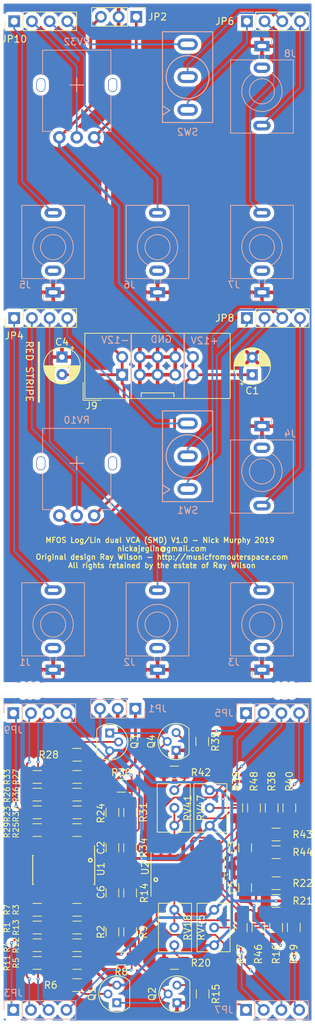
<source format=kicad_pcb>
(kicad_pcb (version 20171130) (host pcbnew "(5.0.1)-4")
  (layers (0 F.Cu signal hide) (31 B.Cu signal hide) (34 B.Paste user hide) (35 F.Paste user) (36 B.SilkS user) (37 F.SilkS user) (38 B.Mask user hide) (39 F.Mask user) (44 Edge.Cuts user))
  (net 0 "")
  (net 1 +12V)
  (net 2 GND)
  (net 3 -12V)
  (net 4 "Net-(Q1-Pad1)")
  (net 5 "Net-(Q1-Pad2)")
  (net 6 "Net-(Q2-Pad3)")
  (net 7 "Net-(Q3-Pad2)")
  (net 8 "Net-(Q3-Pad1)")
  (net 9 "Net-(Q4-Pad3)")
  (net 10 "Net-(R1-Pad1)")
  (net 11 "Net-(R2-Pad1)")
  (net 12 "Net-(R2-Pad2)")
  (net 13 "Net-(R5-Pad1)")
  (net 14 "Net-(R12-Pad1)")
  (net 15 "Net-(R16-Pad1)")
  (net 16 "Net-(R19-Pad1)")
  (net 17 "Net-(R20-Pad2)")
  (net 18 "Net-(R21-Pad1)")
  (net 19 "Net-(R23-Pad1)")
  (net 20 "Net-(R24-Pad2)")
  (net 21 "Net-(R24-Pad1)")
  (net 22 "Net-(R27-Pad1)")
  (net 23 "Net-(R36-Pad1)")
  (net 24 "Net-(R38-Pad1)")
  (net 25 "Net-(R40-Pad1)")
  (net 26 "Net-(R42-Pad2)")
  (net 27 "Net-(R43-Pad1)")
  (net 28 "Net-(R46-Pad2)")
  (net 29 "Net-(R48-Pad2)")
  (net 30 "Net-(U2-Pad2)")
  (net 31 "Net-(U2-Pad15)")
  (net 32 "Net-(J1-PadTN)")
  (net 33 "Net-(J2-PadTN)")
  (net 34 "Net-(J3-PadTN)")
  (net 35 "Net-(J4-PadTN)")
  (net 36 "Net-(J5-PadTN)")
  (net 37 "Net-(J6-PadTN)")
  (net 38 "Net-(J7-PadTN)")
  (net 39 "Net-(J8-PadTN)")
  (net 40 CV1A)
  (net 41 CV2A)
  (net 42 OUTA)
  (net 43 INA)
  (net 44 CV1B)
  (net 45 CV2B)
  (net 46 OUTB)
  (net 47 INB)
  (net 48 LINA)
  (net 49 ADJA)
  (net 50 LOGA)
  (net 51 LINB)
  (net 52 ADJB)
  (net 53 LOGB)
  (net 54 CMNA)
  (net 55 CMNB)
  (net 56 CV1AP)
  (net 57 GNDP)
  (net 58 CV2AP)
  (net 59 OUTAP)
  (net 60 INAP)
  (net 61 CV1BP)
  (net 62 CV2BP)
  (net 63 OUTBP)
  (net 64 INBP)
  (net 65 +12VP)
  (net 66 -12VP)
  (net 67 LINAP)
  (net 68 ADJAP)
  (net 69 LOGBP)
  (net 70 CMNBP)
  (net 71 LOGAP)
  (net 72 CMNAP)
  (net 73 LINBP)
  (net 74 ADJBP)
  (module "custom footprints:slot" (layer F.Cu) (at 147.298 114.079)
    (fp_text reference REF** hide)
    (fp_text value "" hide)
    (pad "" np_thru_hole circle (at 0 3.1 180) (size 0.5 0.5) (drill 0.5) (layers *.Cu *.Mask))
  )
  (module "custom footprints:slot" (layer F.Cu) (at 148.314 114.079)
    (fp_text reference REF** hide)
    (fp_text value "" hide)
    (pad "" np_thru_hole circle (at 0 3.1 180) (size 0.5 0.5) (drill 0.5) (layers *.Cu *.Mask))
  )
  (module "custom footprints:slot" (layer F.Cu) (at 149.33 114.079)
    (fp_text reference REF** hide)
    (fp_text value "" hide)
    (pad "" np_thru_hole circle (at 0 3.1 180) (size 0.5 0.5) (drill 0.5) (layers *.Cu *.Mask))
  )
  (module "custom footprints:slot" (layer F.Cu) (at 147.298 115.222)
    (fp_text reference REF** hide)
    (fp_text value "" hide)
    (pad "" np_thru_hole circle (at 0 3.1 180) (size 0.5 0.5) (drill 0.5) (layers *.Cu *.Mask))
  )
  (module "custom footprints:slot" (layer F.Cu) (at 148.314 115.222)
    (fp_text reference REF** hide)
    (fp_text value "" hide)
    (pad "" np_thru_hole circle (at 0 3.1 180) (size 0.5 0.5) (drill 0.5) (layers *.Cu *.Mask))
  )
  (module "custom footprints:slot" (layer F.Cu) (at 149.33 115.222)
    (fp_text reference REF** hide)
    (fp_text value "" hide)
    (pad "" np_thru_hole circle (at 0 3.1 180) (size 0.5 0.5) (drill 0.5) (layers *.Cu *.Mask))
  )
  (module "custom footprints:slot" (layer F.Cu) (at 110.722 115.222)
    (fp_text reference REF** hide)
    (fp_text value "" hide)
    (pad "" np_thru_hole circle (at 0 3.1 180) (size 0.5 0.5) (drill 0.5) (layers *.Cu *.Mask))
  )
  (module "custom footprints:slot" (layer F.Cu) (at 111.738 115.222)
    (fp_text reference REF** hide)
    (fp_text value "" hide)
    (pad "" np_thru_hole circle (at 0 3.1 180) (size 0.5 0.5) (drill 0.5) (layers *.Cu *.Mask))
  )
  (module "custom footprints:slot" (layer F.Cu) (at 112.754 115.222)
    (fp_text reference REF** hide)
    (fp_text value "" hide)
    (pad "" np_thru_hole circle (at 0 3.1 180) (size 0.5 0.5) (drill 0.5) (layers *.Cu *.Mask))
  )
  (module "custom footprints:slot" (layer F.Cu) (at 112.754 114.079)
    (fp_text reference REF** hide)
    (fp_text value "" hide)
    (pad "" np_thru_hole circle (at 0 3.1 180) (size 0.5 0.5) (drill 0.5) (layers *.Cu *.Mask))
  )
  (module "custom footprints:slot" (layer F.Cu) (at 111.738 114.079)
    (fp_text reference REF** hide)
    (fp_text value "" hide)
    (pad "" np_thru_hole circle (at 0 3.1 180) (size 0.5 0.5) (drill 0.5) (layers *.Cu *.Mask))
  )
  (module "custom footprints:slot" (layer F.Cu) (at 110.722 114.079)
    (fp_text reference REF** hide)
    (fp_text value "" hide)
    (pad "" np_thru_hole circle (at 0 3.1 180) (size 0.5 0.5) (drill 0.5) (layers *.Cu *.Mask))
  )
  (module "Custom Parts:Potentiometer_Thonk_Alpha_9mm_Vertical" (layer B.Cu) (at 115.929 92.668 90)
    (fp_text reference RV10 (at 13.7 2.5) (layer B.SilkS) (effects (justify mirror)))
    (fp_text value 100K)
    (pad "" thru_hole oval (at 7.5 -2.65) (size 1.3 2) (drill oval 1.1 1.8) (layers *.Cu *.Mask))
    (pad 3 thru_hole circle (at 0 5 90) (size 1.8 1.8) (drill 1) (layers *.Cu *.Mask) (net 66 -12VP))
    (pad 2 thru_hole circle (at 0 2.5 90) (size 1.8 1.8) (drill 1) (layers *.Cu *.Mask) (net 68 ADJAP))
    (pad 1 thru_hole circle (at 0 0 90) (size 1.8 1.8) (drill 1) (layers *.Cu *.Mask) (net 65 +12VP))
    (pad "" thru_hole oval (at 7.5 7.65) (size 1.3 2) (drill oval 1.1 1.8) (layers *.Cu *.Mask))
  )
  (module "Custom Parts:Potentiometer_Thonk_Alpha_9mm_Vertical" (layer B.Cu) (at 115.929 38.439 90)
    (fp_text reference RV32 (at 13.7 2.5) (layer B.SilkS) (effects (justify mirror)))
    (fp_text value 100K)
    (pad "" thru_hole oval (at 7.5 -2.65) (size 1.3 2) (drill oval 1.1 1.8) (layers *.Cu *.Mask))
    (pad 3 thru_hole circle (at 0 5 90) (size 1.8 1.8) (drill 1) (layers *.Cu *.Mask) (net 66 -12VP))
    (pad 2 thru_hole circle (at 0 2.5 90) (size 1.8 1.8) (drill 1) (layers *.Cu *.Mask) (net 74 ADJBP))
    (pad 1 thru_hole circle (at 0 0 90) (size 1.8 1.8) (drill 1) (layers *.Cu *.Mask) (net 65 +12VP))
    (pad "" thru_hole oval (at 7.5 7.65) (size 1.3 2) (drill oval 1.1 1.8) (layers *.Cu *.Mask))
  )
  (module "custom footprints:toggle_switch_mini" (layer B.Cu) (at 134.344 29.803 180)
    (fp_text reference SW2 (at 0 -7.874) (layer B.SilkS) (effects (justify mirror)))
    (fp_text value LOG/LIN)
    (pad 3 thru_hole oval (at 0 4.7 180) (size 2.94 1.7) (drill oval 2.04 0.8) (layers *.Cu *.Mask) (net 73 LINBP))
    (pad 2 thru_hole oval (at 0 0 180) (size 2.94 1.7) (drill oval 2.04 0.8) (layers *.Cu *.Mask) (net 70 CMNBP))
    (pad 1 thru_hole oval (at 0 -4.7 180) (size 2.94 1.7) (drill oval 2.04 0.8) (layers *.Cu *.Mask) (net 69 LOGBP))
  )
  (module "custom footprints:toggle_switch_mini" (layer B.Cu) (at 134.344 84.159 180)
    (fp_text reference SW1 (at 0 -7.747) (layer B.SilkS) (effects (justify mirror)))
    (fp_text value LOG/LIN)
    (pad 3 thru_hole oval (at 0 4.7 180) (size 2.94 1.7) (drill oval 2.04 0.8) (layers *.Cu *.Mask) (net 67 LINAP))
    (pad 2 thru_hole oval (at 0 0 180) (size 2.94 1.7) (drill oval 2.04 0.8) (layers *.Cu *.Mask) (net 72 CMNAP))
    (pad 1 thru_hole oval (at 0 -4.7 180) (size 2.94 1.7) (drill oval 2.04 0.8) (layers *.Cu *.Mask) (net 71 LOGAP))
  )
  (module "custom footprints:3.5mm_tip_switch_thonkiconn" (layer B.Cu) (at 145.012 114.766)
    (fp_text reference J3 (at -4.03 -1.08 -180) (layer B.SilkS) (effects (justify mirror)))
    (fp_text value OUTA)
    (pad TN thru_hole oval (at 0 -3.1 180) (size 2.4 1.5) (drill oval 1.5 0.6) (layers *.Cu *.Mask) (net 34 "Net-(J3-PadTN)"))
    (pad S thru_hole rect (at 0 0 180) (size 2.2 1.5) (drill oval 1.3 0.6) (layers *.Cu *.Mask) (net 57 GNDP))
    (pad T thru_hole oval (at 0 -11.4 180) (size 2.5 1.4) (drill oval 1.5 0.5) (layers *.Cu *.Mask) (net 59 OUTAP))
  )
  (module "custom footprints:3.5mm_tip_switch_thonkiconn" (layer B.Cu) (at 130.026 114.766)
    (fp_text reference J2 (at -4.03 -1.08 -180) (layer B.SilkS) (effects (justify mirror)))
    (fp_text value CVA2)
    (pad TN thru_hole oval (at 0 -3.1 180) (size 2.4 1.5) (drill oval 1.5 0.6) (layers *.Cu *.Mask) (net 33 "Net-(J2-PadTN)"))
    (pad S thru_hole rect (at 0 0 180) (size 2.2 1.5) (drill oval 1.3 0.6) (layers *.Cu *.Mask) (net 57 GNDP))
    (pad T thru_hole oval (at 0 -11.4 180) (size 2.5 1.4) (drill oval 1.5 0.5) (layers *.Cu *.Mask) (net 58 CV2AP))
  )
  (module "custom footprints:3.5mm_tip_switch_thonkiconn" (layer B.Cu) (at 115.04 114.766)
    (fp_text reference J1 (at -4.03 -1.08 -180) (layer B.SilkS) (effects (justify mirror)))
    (fp_text value CVA1)
    (pad TN thru_hole oval (at 0 -3.1 180) (size 2.4 1.5) (drill oval 1.5 0.6) (layers *.Cu *.Mask) (net 32 "Net-(J1-PadTN)"))
    (pad S thru_hole rect (at 0 0 180) (size 2.2 1.5) (drill oval 1.3 0.6) (layers *.Cu *.Mask) (net 57 GNDP))
    (pad T thru_hole oval (at 0 -11.4 180) (size 2.5 1.4) (drill oval 1.5 0.5) (layers *.Cu *.Mask) (net 56 CV1AP))
  )
  (module "custom footprints:3.5mm_tip_switch_thonkiconn" (layer B.Cu) (at 145.012 79.841 180)
    (fp_text reference J4 (at -4.03 -1.08) (layer B.SilkS) (effects (justify mirror)))
    (fp_text value INA)
    (pad TN thru_hole oval (at 0 -3.1) (size 2.4 1.5) (drill oval 1.5 0.6) (layers *.Cu *.Mask) (net 35 "Net-(J4-PadTN)"))
    (pad S thru_hole rect (at 0 0) (size 2.2 1.5) (drill oval 1.3 0.6) (layers *.Cu *.Mask) (net 57 GNDP))
    (pad T thru_hole oval (at 0 -11.4) (size 2.5 1.4) (drill oval 1.5 0.5) (layers *.Cu *.Mask) (net 60 INAP))
  )
  (module "custom footprints:3.5mm_tip_switch_thonkiconn" (layer B.Cu) (at 145.012 25.358 180)
    (fp_text reference J8 (at -4.03 -1.08) (layer B.SilkS) (effects (justify mirror)))
    (fp_text value INB)
    (pad TN thru_hole oval (at 0 -3.1) (size 2.4 1.5) (drill oval 1.5 0.6) (layers *.Cu *.Mask) (net 39 "Net-(J8-PadTN)"))
    (pad S thru_hole rect (at 0 0) (size 2.2 1.5) (drill oval 1.3 0.6) (layers *.Cu *.Mask) (net 57 GNDP))
    (pad T thru_hole oval (at 0 -11.4) (size 2.5 1.4) (drill oval 1.5 0.5) (layers *.Cu *.Mask) (net 64 INBP))
  )
  (module "custom footprints:3.5mm_tip_switch_thonkiconn" (layer B.Cu) (at 145.012 60.664)
    (fp_text reference J7 (at -4.03 -1.08 -180) (layer B.SilkS) (effects (justify mirror)))
    (fp_text value OUTB)
    (pad TN thru_hole oval (at 0 -3.1 180) (size 2.4 1.5) (drill oval 1.5 0.6) (layers *.Cu *.Mask) (net 38 "Net-(J7-PadTN)"))
    (pad S thru_hole rect (at 0 0 180) (size 2.2 1.5) (drill oval 1.3 0.6) (layers *.Cu *.Mask) (net 57 GNDP))
    (pad T thru_hole oval (at 0 -11.4 180) (size 2.5 1.4) (drill oval 1.5 0.5) (layers *.Cu *.Mask) (net 63 OUTBP))
  )
  (module "custom footprints:3.5mm_tip_switch_thonkiconn" (layer B.Cu) (at 130.026 60.664)
    (fp_text reference J6 (at -4.03 -1.08 -180) (layer B.SilkS) (effects (justify mirror)))
    (fp_text value CVB2)
    (pad TN thru_hole oval (at 0 -3.1 180) (size 2.4 1.5) (drill oval 1.5 0.6) (layers *.Cu *.Mask) (net 37 "Net-(J6-PadTN)"))
    (pad S thru_hole rect (at 0 0 180) (size 2.2 1.5) (drill oval 1.3 0.6) (layers *.Cu *.Mask) (net 57 GNDP))
    (pad T thru_hole oval (at 0 -11.4 180) (size 2.5 1.4) (drill oval 1.5 0.5) (layers *.Cu *.Mask) (net 62 CV2BP))
  )
  (module "custom footprints:3.5mm_tip_switch_thonkiconn" (layer B.Cu) (at 115.04 60.664)
    (fp_text reference J5 (at -4.03 -1.08 -180) (layer B.SilkS) (effects (justify mirror)))
    (fp_text value CV1B)
    (pad TN thru_hole oval (at 0 -3.1 180) (size 2.4 1.5) (drill oval 1.5 0.6) (layers *.Cu *.Mask) (net 36 "Net-(J5-PadTN)"))
    (pad S thru_hole rect (at 0 0 180) (size 2.2 1.5) (drill oval 1.3 0.6) (layers *.Cu *.Mask) (net 57 GNDP))
    (pad T thru_hole oval (at 0 -11.4 180) (size 2.5 1.4) (drill oval 1.5 0.5) (layers *.Cu *.Mask) (net 61 CV1BP))
  )
  (module Package_TO_SOT_THT:TO-92 (layer F.Cu) (at 132.82 162.518 90)
    (fp_text reference Q2 (at 1.27 -3.56 90) (layer F.SilkS))
    (fp_text value 2N3906)
    (pad 1 thru_hole rect (at 0 0 180) (size 1.3 1.3) (drill 0.75) (layers *.Cu *.Mask) (net 2 GND))
    (pad 3 thru_hole circle (at 2.54 0 180) (size 1.3 1.3) (drill 0.75) (layers *.Cu *.Mask) (net 6 "Net-(Q2-Pad3)"))
    (pad 2 thru_hole circle (at 1.27 -1.27 180) (size 1.3 1.3) (drill 0.75) (layers *.Cu *.Mask) (net 4 "Net-(Q1-Pad1)"))
  )
  (module Package_TO_SOT_THT:TO-92 (layer F.Cu) (at 124.184 162.518 90)
    (fp_text reference Q1 (at 1.27 -3.56 90) (layer F.SilkS))
    (fp_text value 2N3904)
    (pad 1 thru_hole rect (at 0 0 180) (size 1.3 1.3) (drill 0.75) (layers *.Cu *.Mask) (net 4 "Net-(Q1-Pad1)"))
    (pad 3 thru_hole circle (at 2.54 0 180) (size 1.3 1.3) (drill 0.75) (layers *.Cu *.Mask) (net 1 +12V))
    (pad 2 thru_hole circle (at 1.27 -1.27 180) (size 1.3 1.3) (drill 0.75) (layers *.Cu *.Mask) (net 5 "Net-(Q1-Pad2)"))
  )
  (module Package_TO_SOT_THT:TO-92 (layer F.Cu) (at 132.693 126.323 90)
    (fp_text reference Q4 (at 1.27 -3.56 90) (layer F.SilkS))
    (fp_text value 2N3906)
    (pad 1 thru_hole rect (at 0 0 180) (size 1.3 1.3) (drill 0.75) (layers *.Cu *.Mask) (net 2 GND))
    (pad 3 thru_hole circle (at 2.54 0 180) (size 1.3 1.3) (drill 0.75) (layers *.Cu *.Mask) (net 9 "Net-(Q4-Pad3)"))
    (pad 2 thru_hole circle (at 1.27 -1.27 180) (size 1.3 1.3) (drill 0.75) (layers *.Cu *.Mask) (net 8 "Net-(Q3-Pad1)"))
  )
  (module Package_TO_SOT_THT:TO-92 (layer F.Cu) (at 123.168 123.8465 270)
    (fp_text reference Q3 (at 1.27 -3.56 270) (layer F.SilkS))
    (fp_text value 2N3904)
    (pad 1 thru_hole rect (at 0 0) (size 1.3 1.3) (drill 0.75) (layers *.Cu *.Mask) (net 8 "Net-(Q3-Pad1)"))
    (pad 3 thru_hole circle (at 2.54 0) (size 1.3 1.3) (drill 0.75) (layers *.Cu *.Mask) (net 1 +12V))
    (pad 2 thru_hole circle (at 1.27 -1.27) (size 1.3 1.3) (drill 0.75) (layers *.Cu *.Mask) (net 7 "Net-(Q3-Pad2)"))
  )
  (module Capacitor_SMD:C_1206_3216Metric_Pad1.42x1.75mm_HandSolder (layer F.Cu) (at 142.599 140.293 270)
    (fp_text reference C3 (at 0 1.905 270) (layer F.SilkS))
    (fp_text value 0.1uF)
    (pad 2 smd roundrect (at 1.4875 0 270) (size 1.425 1.75) (layers F.Cu F.Paste F.Mask) (roundrect_rratio 0.175439) (net 2 GND))
    (pad 1 smd roundrect (at -1.4875 0 270) (size 1.425 1.75) (layers F.Cu F.Paste F.Mask) (roundrect_rratio 0.175439) (net 1 +12V))
  )
  (module Capacitor_SMD:C_1206_3216Metric_Pad1.42x1.75mm_HandSolder (layer F.Cu) (at 142.599 146.008 270)
    (fp_text reference C5 (at 0 1.905 270) (layer F.SilkS))
    (fp_text value 0.1uF)
    (pad 2 smd roundrect (at 1.4875 0 270) (size 1.425 1.75) (layers F.Cu F.Paste F.Mask) (roundrect_rratio 0.175439) (net 3 -12V))
    (pad 1 smd roundrect (at -1.4875 0 270) (size 1.425 1.75) (layers F.Cu F.Paste F.Mask) (roundrect_rratio 0.175439) (net 2 GND))
  )
  (module Capacitor_THT:CP_Radial_D5.0mm_P2.50mm (layer F.Cu) (at 143.615 72.475 90)
    (fp_text reference C1 (at -2.286 0 180) (layer F.SilkS))
    (fp_text value 10uF)
    (pad 2 thru_hole circle (at 2.5 0 90) (size 1.6 1.6) (drill 0.8) (layers *.Cu *.Mask) (net 57 GNDP))
    (pad 1 thru_hole rect (at 0 0 90) (size 1.6 1.6) (drill 0.8) (layers *.Cu *.Mask) (net 65 +12VP))
  )
  (module Capacitor_SMD:C_1206_3216Metric_Pad1.42x1.75mm_HandSolder (layer F.Cu) (at 123.549 140.293 90)
    (fp_text reference C2 (at 0 -1.651 270) (layer F.SilkS))
    (fp_text value 0.1uF)
    (pad 2 smd roundrect (at 1.4875 0 90) (size 1.425 1.75) (layers F.Cu F.Paste F.Mask) (roundrect_rratio 0.175439) (net 2 GND))
    (pad 1 smd roundrect (at -1.4875 0 90) (size 1.425 1.75) (layers F.Cu F.Paste F.Mask) (roundrect_rratio 0.175439) (net 1 +12V))
  )
  (module Capacitor_SMD:C_1206_3216Metric_Pad1.42x1.75mm_HandSolder (layer F.Cu) (at 123.549 146.77 90)
    (fp_text reference C6 (at 0.127 -1.651 270) (layer F.SilkS))
    (fp_text value 0.1uF)
    (pad 2 smd roundrect (at 1.4875 0 90) (size 1.425 1.75) (layers F.Cu F.Paste F.Mask) (roundrect_rratio 0.175439) (net 3 -12V))
    (pad 1 smd roundrect (at -1.4875 0 90) (size 1.425 1.75) (layers F.Cu F.Paste F.Mask) (roundrect_rratio 0.175439) (net 2 GND))
  )
  (module Connector_IDC:IDC-Header_2x05_P2.54mm_Vertical (layer F.Cu) (at 124.946 72.475 90)
    (fp_text reference J9 (at -4.445 -4.3815 180) (layer F.SilkS))
    (fp_text value PWR)
    (pad 10 thru_hole oval (at 2.54 10.16 90) (size 1.7272 1.7272) (drill 1.016) (layers *.Cu *.Mask) (net 65 +12VP))
    (pad 9 thru_hole oval (at 0 10.16 90) (size 1.7272 1.7272) (drill 1.016) (layers *.Cu *.Mask) (net 65 +12VP))
    (pad 8 thru_hole oval (at 2.54 7.62 90) (size 1.7272 1.7272) (drill 1.016) (layers *.Cu *.Mask) (net 57 GNDP))
    (pad 7 thru_hole oval (at 0 7.62 90) (size 1.7272 1.7272) (drill 1.016) (layers *.Cu *.Mask) (net 57 GNDP))
    (pad 6 thru_hole oval (at 2.54 5.08 90) (size 1.7272 1.7272) (drill 1.016) (layers *.Cu *.Mask) (net 57 GNDP))
    (pad 5 thru_hole oval (at 0 5.08 90) (size 1.7272 1.7272) (drill 1.016) (layers *.Cu *.Mask) (net 57 GNDP))
    (pad 4 thru_hole oval (at 2.54 2.54 90) (size 1.7272 1.7272) (drill 1.016) (layers *.Cu *.Mask) (net 57 GNDP))
    (pad 3 thru_hole oval (at 0 2.54 90) (size 1.7272 1.7272) (drill 1.016) (layers *.Cu *.Mask) (net 57 GNDP))
    (pad 2 thru_hole oval (at 2.54 0 90) (size 1.7272 1.7272) (drill 1.016) (layers *.Cu *.Mask) (net 66 -12VP))
    (pad 1 thru_hole rect (at 0 0 90) (size 1.7272 1.7272) (drill 1.016) (layers *.Cu *.Mask) (net 66 -12VP))
  )
  (module Resistor_SMD:R_1206_3216Metric_Pad1.42x1.75mm_HandSolder (layer F.Cu) (at 112.754 151.723 180)
    (fp_text reference R1 (at 4.318 0 270) (layer F.SilkS) (effects (font (size 0.8 0.8) (thickness 0.125))))
    (fp_text value 100K)
    (pad 2 smd roundrect (at 1.4875 0 180) (size 1.425 1.75) (layers F.Cu F.Paste F.Mask) (roundrect_rratio 0.175439) (net 40 CV1A))
    (pad 1 smd roundrect (at -1.4875 0 180) (size 1.425 1.75) (layers F.Cu F.Paste F.Mask) (roundrect_rratio 0.175439) (net 10 "Net-(R1-Pad1)"))
  )
  (module Resistor_SMD:R_1206_3216Metric_Pad1.42x1.75mm_HandSolder (layer F.Cu) (at 123.549 152.358 270)
    (fp_text reference R2 (at 0 1.651 270) (layer F.SilkS))
    (fp_text value 100K)
    (pad 2 smd roundrect (at 1.4875 0 270) (size 1.425 1.75) (layers F.Cu F.Paste F.Mask) (roundrect_rratio 0.175439) (net 12 "Net-(R2-Pad2)"))
    (pad 1 smd roundrect (at -1.4875 0 270) (size 1.425 1.75) (layers F.Cu F.Paste F.Mask) (roundrect_rratio 0.175439) (net 11 "Net-(R2-Pad1)"))
  )
  (module Resistor_SMD:R_1206_3216Metric_Pad1.42x1.75mm_HandSolder (layer F.Cu) (at 118.469 149.183 180)
    (fp_text reference R3 (at 8.763 0 270) (layer F.SilkS) (effects (font (size 0.8 0.8) (thickness 0.125))))
    (fp_text value 2K)
    (pad 2 smd roundrect (at 1.4875 0 180) (size 1.425 1.75) (layers F.Cu F.Paste F.Mask) (roundrect_rratio 0.175439) (net 5 "Net-(Q1-Pad2)"))
    (pad 1 smd roundrect (at -1.4875 0 180) (size 1.425 1.75) (layers F.Cu F.Paste F.Mask) (roundrect_rratio 0.175439) (net 12 "Net-(R2-Pad2)"))
  )
  (module Resistor_SMD:R_1206_3216Metric_Pad1.42x1.75mm_HandSolder (layer F.Cu) (at 112.754 154.263 180)
    (fp_text reference R4 (at 4.318 -0.254 270) (layer F.SilkS) (effects (font (size 0.8 0.8) (thickness 0.125))))
    (fp_text value 100K)
    (pad 2 smd roundrect (at 1.4875 0 180) (size 1.425 1.75) (layers F.Cu F.Paste F.Mask) (roundrect_rratio 0.175439) (net 41 CV2A))
    (pad 1 smd roundrect (at -1.4875 0 180) (size 1.425 1.75) (layers F.Cu F.Paste F.Mask) (roundrect_rratio 0.175439) (net 10 "Net-(R1-Pad1)"))
  )
  (module Resistor_SMD:R_1206_3216Metric_Pad1.42x1.75mm_HandSolder (layer F.Cu) (at 118.469 156.803)
    (fp_text reference R5 (at -8.763 0 90) (layer F.SilkS) (effects (font (size 0.8 0.8) (thickness 0.125))))
    (fp_text value 100K)
    (pad 2 smd roundrect (at 1.4875 0) (size 1.425 1.75) (layers F.Cu F.Paste F.Mask) (roundrect_rratio 0.175439) (net 1 +12V))
    (pad 1 smd roundrect (at -1.4875 0) (size 1.425 1.75) (layers F.Cu F.Paste F.Mask) (roundrect_rratio 0.175439) (net 13 "Net-(R5-Pad1)"))
  )
  (module Resistor_SMD:R_1206_3216Metric_Pad1.42x1.75mm_HandSolder (layer F.Cu) (at 118.469 159.978)
    (fp_text reference R6 (at -3.7735 0) (layer F.SilkS))
    (fp_text value 470)
    (pad 2 smd roundrect (at 1.4875 0) (size 1.425 1.75) (layers F.Cu F.Paste F.Mask) (roundrect_rratio 0.175439) (net 13 "Net-(R5-Pad1)"))
    (pad 1 smd roundrect (at -1.4875 0) (size 1.425 1.75) (layers F.Cu F.Paste F.Mask) (roundrect_rratio 0.175439) (net 2 GND))
  )
  (module Resistor_SMD:R_1206_3216Metric_Pad1.42x1.75mm_HandSolder (layer F.Cu) (at 112.754 149.183 180)
    (fp_text reference R7 (at 4.318 0 270) (layer F.SilkS) (effects (font (size 0.8 0.8) (thickness 0.125))))
    (fp_text value 2K)
    (pad 2 smd roundrect (at 1.4875 0 180) (size 1.425 1.75) (layers F.Cu F.Paste F.Mask) (roundrect_rratio 0.175439) (net 10 "Net-(R1-Pad1)"))
    (pad 1 smd roundrect (at -1.4875 0 180) (size 1.425 1.75) (layers F.Cu F.Paste F.Mask) (roundrect_rratio 0.175439) (net 5 "Net-(Q1-Pad2)"))
  )
  (module Resistor_SMD:R_1206_3216Metric_Pad1.42x1.75mm_HandSolder (layer F.Cu) (at 124.819 156.168 180)
    (fp_text reference R8 (at 0 -1.905 180) (layer F.SilkS))
    (fp_text value 20K)
    (pad 2 smd roundrect (at 1.4875 0 180) (size 1.425 1.75) (layers F.Cu F.Paste F.Mask) (roundrect_rratio 0.175439) (net 3 -12V))
    (pad 1 smd roundrect (at -1.4875 0 180) (size 1.425 1.75) (layers F.Cu F.Paste F.Mask) (roundrect_rratio 0.175439) (net 48 LINA))
  )
  (module Resistor_SMD:R_1206_3216Metric_Pad1.42x1.75mm_HandSolder (layer F.Cu) (at 126.089 152.358 270)
    (fp_text reference R9 (at 0 -1.905 270) (layer F.SilkS))
    (fp_text value 30K)
    (pad 2 smd roundrect (at 1.4875 0 270) (size 1.425 1.75) (layers F.Cu F.Paste F.Mask) (roundrect_rratio 0.175439) (net 48 LINA))
    (pad 1 smd roundrect (at -1.4875 0 270) (size 1.425 1.75) (layers F.Cu F.Paste F.Mask) (roundrect_rratio 0.175439) (net 11 "Net-(R2-Pad1)"))
  )
  (module Resistor_SMD:R_1206_3216Metric_Pad1.42x1.75mm_HandSolder (layer F.Cu) (at 112.754 156.803 180)
    (fp_text reference R11 (at 4.318 0 270) (layer F.SilkS) (effects (font (size 0.8 0.8) (thickness 0.125))))
    (fp_text value 100K)
    (pad 2 smd roundrect (at 1.4875 0 180) (size 1.425 1.75) (layers F.Cu F.Paste F.Mask) (roundrect_rratio 0.175439) (net 49 ADJA))
    (pad 1 smd roundrect (at -1.4875 0 180) (size 1.425 1.75) (layers F.Cu F.Paste F.Mask) (roundrect_rratio 0.175439) (net 10 "Net-(R1-Pad1)"))
  )
  (module Resistor_SMD:R_1206_3216Metric_Pad1.42x1.75mm_HandSolder (layer F.Cu) (at 118.469 154.263)
    (fp_text reference R12 (at -8.763 0 90) (layer F.SilkS) (effects (font (size 0.8 0.8) (thickness 0.125))))
    (fp_text value 100K)
    (pad 2 smd roundrect (at 1.4875 0) (size 1.425 1.75) (layers F.Cu F.Paste F.Mask) (roundrect_rratio 0.175439) (net 1 +12V))
    (pad 1 smd roundrect (at -1.4875 0) (size 1.425 1.75) (layers F.Cu F.Paste F.Mask) (roundrect_rratio 0.175439) (net 14 "Net-(R12-Pad1)"))
  )
  (module Resistor_SMD:R_1206_3216Metric_Pad1.42x1.75mm_HandSolder (layer F.Cu) (at 118.469 151.723 180)
    (fp_text reference R13 (at 8.763 0 270) (layer F.SilkS) (effects (font (size 0.8 0.8) (thickness 0.125))))
    (fp_text value 2K)
    (pad 2 smd roundrect (at 1.4875 0 180) (size 1.425 1.75) (layers F.Cu F.Paste F.Mask) (roundrect_rratio 0.175439) (net 14 "Net-(R12-Pad1)"))
    (pad 1 smd roundrect (at -1.4875 0 180) (size 1.425 1.75) (layers F.Cu F.Paste F.Mask) (roundrect_rratio 0.175439) (net 2 GND))
  )
  (module Resistor_SMD:R_1206_3216Metric_Pad1.42x1.75mm_HandSolder (layer F.Cu) (at 126.089 146.77 270)
    (fp_text reference R14 (at 0 -2.032 270) (layer F.SilkS))
    (fp_text value 120K)
    (pad 2 smd roundrect (at 1.4875 0 270) (size 1.425 1.75) (layers F.Cu F.Paste F.Mask) (roundrect_rratio 0.175439) (net 4 "Net-(Q1-Pad1)"))
    (pad 1 smd roundrect (at -1.4875 0 270) (size 1.425 1.75) (layers F.Cu F.Paste F.Mask) (roundrect_rratio 0.175439) (net 3 -12V))
  )
  (module Resistor_SMD:R_1206_3216Metric_Pad1.42x1.75mm_HandSolder (layer F.Cu) (at 136.503 161.248 90)
    (fp_text reference R15 (at 0 1.905 90) (layer F.SilkS))
    (fp_text value 20K)
    (pad 2 smd roundrect (at 1.4875 0 90) (size 1.425 1.75) (layers F.Cu F.Paste F.Mask) (roundrect_rratio 0.175439) (net 6 "Net-(Q2-Pad3)"))
    (pad 1 smd roundrect (at -1.4875 0 90) (size 1.425 1.75) (layers F.Cu F.Paste F.Mask) (roundrect_rratio 0.175439) (net 50 LOGA))
  )
  (module Resistor_SMD:R_1206_3216Metric_Pad1.42x1.75mm_HandSolder (layer F.Cu) (at 147.044 151.723 270)
    (fp_text reference R16 (at 3.81 0 270) (layer F.SilkS))
    (fp_text value 4.7K)
    (pad 2 smd roundrect (at 1.4875 0 270) (size 1.425 1.75) (layers F.Cu F.Paste F.Mask) (roundrect_rratio 0.175439) (net 3 -12V))
    (pad 1 smd roundrect (at -1.4875 0 270) (size 1.425 1.75) (layers F.Cu F.Paste F.Mask) (roundrect_rratio 0.175439) (net 15 "Net-(R16-Pad1)"))
  )
  (module Resistor_SMD:R_1206_3216Metric_Pad1.42x1.75mm_HandSolder (layer F.Cu) (at 141.964 151.723 90)
    (fp_text reference R17 (at -3.81 0 90) (layer F.SilkS))
    (fp_text value 1K)
    (pad 2 smd roundrect (at 1.4875 0 90) (size 1.425 1.75) (layers F.Cu F.Paste F.Mask) (roundrect_rratio 0.175439) (net 15 "Net-(R16-Pad1)"))
    (pad 1 smd roundrect (at -1.4875 0 90) (size 1.425 1.75) (layers F.Cu F.Paste F.Mask) (roundrect_rratio 0.175439) (net 42 OUTA))
  )
  (module Resistor_SMD:R_1206_3216Metric_Pad1.42x1.75mm_HandSolder (layer F.Cu) (at 149.584 151.723 270)
    (fp_text reference R19 (at 3.81 0 270) (layer F.SilkS))
    (fp_text value 100K)
    (pad 2 smd roundrect (at 1.4875 0 270) (size 1.425 1.75) (layers F.Cu F.Paste F.Mask) (roundrect_rratio 0.175439) (net 43 INA))
    (pad 1 smd roundrect (at -1.4875 0 270) (size 1.425 1.75) (layers F.Cu F.Paste F.Mask) (roundrect_rratio 0.175439) (net 16 "Net-(R19-Pad1)"))
  )
  (module Resistor_SMD:R_1206_3216Metric_Pad1.42x1.75mm_HandSolder (layer F.Cu) (at 132.439 156.803)
    (fp_text reference R20 (at 3.81 0) (layer F.SilkS))
    (fp_text value 150)
    (pad 2 smd roundrect (at 1.4875 0) (size 1.425 1.75) (layers F.Cu F.Paste F.Mask) (roundrect_rratio 0.175439) (net 17 "Net-(R20-Pad2)"))
    (pad 1 smd roundrect (at -1.4875 0) (size 1.425 1.75) (layers F.Cu F.Paste F.Mask) (roundrect_rratio 0.175439) (net 2 GND))
  )
  (module Resistor_SMD:R_1206_3216Metric_Pad1.42x1.75mm_HandSolder (layer F.Cu) (at 147.044 147.913)
    (fp_text reference R21 (at 3.81 0) (layer F.SilkS))
    (fp_text value 470K)
    (pad 2 smd roundrect (at 1.4875 0) (size 1.425 1.75) (layers F.Cu F.Paste F.Mask) (roundrect_rratio 0.175439) (net 1 +12V))
    (pad 1 smd roundrect (at -1.4875 0) (size 1.425 1.75) (layers F.Cu F.Paste F.Mask) (roundrect_rratio 0.175439) (net 18 "Net-(R21-Pad1)"))
  )
  (module Resistor_SMD:R_1206_3216Metric_Pad1.42x1.75mm_HandSolder (layer F.Cu) (at 147.044 145.373 180)
    (fp_text reference R22 (at -3.81 0 180) (layer F.SilkS))
    (fp_text value 47K)
    (pad 2 smd roundrect (at 1.4875 0 180) (size 1.425 1.75) (layers F.Cu F.Paste F.Mask) (roundrect_rratio 0.175439) (net 18 "Net-(R21-Pad1)"))
    (pad 1 smd roundrect (at -1.4875 0 180) (size 1.425 1.75) (layers F.Cu F.Paste F.Mask) (roundrect_rratio 0.175439) (net 2 GND))
  )
  (module Resistor_SMD:R_1206_3216Metric_Pad1.42x1.75mm_HandSolder (layer F.Cu) (at 112.754 135.213 180)
    (fp_text reference R23 (at 4.318 -0.254 270) (layer F.SilkS) (effects (font (size 0.8 0.8) (thickness 0.125))))
    (fp_text value 100K)
    (pad 2 smd roundrect (at 1.4875 0 180) (size 1.425 1.75) (layers F.Cu F.Paste F.Mask) (roundrect_rratio 0.175439) (net 44 CV1B))
    (pad 1 smd roundrect (at -1.4875 0 180) (size 1.425 1.75) (layers F.Cu F.Paste F.Mask) (roundrect_rratio 0.175439) (net 19 "Net-(R23-Pad1)"))
  )
  (module Resistor_SMD:R_1206_3216Metric_Pad1.42x1.75mm_HandSolder (layer F.Cu) (at 123.549 135.213 90)
    (fp_text reference R24 (at -0.127 -1.651 90) (layer F.SilkS))
    (fp_text value 100K)
    (pad 2 smd roundrect (at 1.4875 0 90) (size 1.425 1.75) (layers F.Cu F.Paste F.Mask) (roundrect_rratio 0.175439) (net 20 "Net-(R24-Pad2)"))
    (pad 1 smd roundrect (at -1.4875 0 90) (size 1.425 1.75) (layers F.Cu F.Paste F.Mask) (roundrect_rratio 0.175439) (net 21 "Net-(R24-Pad1)"))
  )
  (module Resistor_SMD:R_1206_3216Metric_Pad1.42x1.75mm_HandSolder (layer F.Cu) (at 118.469 137.753 180)
    (fp_text reference R25 (at 8.763 0 270) (layer F.SilkS) (effects (font (size 0.8 0.8) (thickness 0.125))))
    (fp_text value 2K)
    (pad 2 smd roundrect (at 1.4875 0 180) (size 1.425 1.75) (layers F.Cu F.Paste F.Mask) (roundrect_rratio 0.175439) (net 7 "Net-(Q3-Pad2)"))
    (pad 1 smd roundrect (at -1.4875 0 180) (size 1.425 1.75) (layers F.Cu F.Paste F.Mask) (roundrect_rratio 0.175439) (net 20 "Net-(R24-Pad2)"))
  )
  (module Resistor_SMD:R_1206_3216Metric_Pad1.42x1.75mm_HandSolder (layer F.Cu) (at 112.754 132.673 180)
    (fp_text reference R26 (at 4.318 0 270) (layer F.SilkS) (effects (font (size 0.8 0.8) (thickness 0.125))))
    (fp_text value 100K)
    (pad 2 smd roundrect (at 1.4875 0 180) (size 1.425 1.75) (layers F.Cu F.Paste F.Mask) (roundrect_rratio 0.175439) (net 45 CV2B))
    (pad 1 smd roundrect (at -1.4875 0 180) (size 1.425 1.75) (layers F.Cu F.Paste F.Mask) (roundrect_rratio 0.175439) (net 19 "Net-(R23-Pad1)"))
  )
  (module Resistor_SMD:R_1206_3216Metric_Pad1.42x1.75mm_HandSolder (layer F.Cu) (at 118.469 130.133)
    (fp_text reference R27 (at -8.763 0 90) (layer F.SilkS) (effects (font (size 0.8 0.8) (thickness 0.125))))
    (fp_text value 100K)
    (pad 2 smd roundrect (at 1.4875 0) (size 1.425 1.75) (layers F.Cu F.Paste F.Mask) (roundrect_rratio 0.175439) (net 1 +12V))
    (pad 1 smd roundrect (at -1.4875 0) (size 1.425 1.75) (layers F.Cu F.Paste F.Mask) (roundrect_rratio 0.175439) (net 22 "Net-(R27-Pad1)"))
  )
  (module Resistor_SMD:R_1206_3216Metric_Pad1.42x1.75mm_HandSolder (layer F.Cu) (at 118.469 126.958)
    (fp_text reference R28 (at -4.064 0) (layer F.SilkS))
    (fp_text value 470)
    (pad 2 smd roundrect (at 1.4875 0) (size 1.425 1.75) (layers F.Cu F.Paste F.Mask) (roundrect_rratio 0.175439) (net 22 "Net-(R27-Pad1)"))
    (pad 1 smd roundrect (at -1.4875 0) (size 1.425 1.75) (layers F.Cu F.Paste F.Mask) (roundrect_rratio 0.175439) (net 2 GND))
  )
  (module Resistor_SMD:R_1206_3216Metric_Pad1.42x1.75mm_HandSolder (layer F.Cu) (at 112.754 137.753 180)
    (fp_text reference R29 (at 4.318 0 270) (layer F.SilkS) (effects (font (size 0.8 0.8) (thickness 0.125))))
    (fp_text value 2K)
    (pad 2 smd roundrect (at 1.4875 0 180) (size 1.425 1.75) (layers F.Cu F.Paste F.Mask) (roundrect_rratio 0.175439) (net 19 "Net-(R23-Pad1)"))
    (pad 1 smd roundrect (at -1.4875 0 180) (size 1.425 1.75) (layers F.Cu F.Paste F.Mask) (roundrect_rratio 0.175439) (net 7 "Net-(Q3-Pad2)"))
  )
  (module Resistor_SMD:R_1206_3216Metric_Pad1.42x1.75mm_HandSolder (layer F.Cu) (at 124.819 131.403 180)
    (fp_text reference R30 (at 0 1.905 180) (layer F.SilkS))
    (fp_text value 20K)
    (pad 2 smd roundrect (at 1.4875 0 180) (size 1.425 1.75) (layers F.Cu F.Paste F.Mask) (roundrect_rratio 0.175439) (net 3 -12V))
    (pad 1 smd roundrect (at -1.4875 0 180) (size 1.425 1.75) (layers F.Cu F.Paste F.Mask) (roundrect_rratio 0.175439) (net 51 LINB))
  )
  (module Resistor_SMD:R_1206_3216Metric_Pad1.42x1.75mm_HandSolder (layer F.Cu) (at 126.089 135.213 90)
    (fp_text reference R31 (at 0 1.905 90) (layer F.SilkS))
    (fp_text value 30K)
    (pad 2 smd roundrect (at 1.4875 0 90) (size 1.425 1.75) (layers F.Cu F.Paste F.Mask) (roundrect_rratio 0.175439) (net 51 LINB))
    (pad 1 smd roundrect (at -1.4875 0 90) (size 1.425 1.75) (layers F.Cu F.Paste F.Mask) (roundrect_rratio 0.175439) (net 21 "Net-(R24-Pad1)"))
  )
  (module Resistor_SMD:R_1206_3216Metric_Pad1.42x1.75mm_HandSolder (layer F.Cu) (at 112.754 130.133 180)
    (fp_text reference R33 (at 4.318 0 270) (layer F.SilkS) (effects (font (size 0.8 0.8) (thickness 0.125))))
    (fp_text value 100K)
    (pad 2 smd roundrect (at 1.4875 0 180) (size 1.425 1.75) (layers F.Cu F.Paste F.Mask) (roundrect_rratio 0.175439) (net 52 ADJB))
    (pad 1 smd roundrect (at -1.4875 0 180) (size 1.425 1.75) (layers F.Cu F.Paste F.Mask) (roundrect_rratio 0.175439) (net 19 "Net-(R23-Pad1)"))
  )
  (module Resistor_SMD:R_1206_3216Metric_Pad1.42x1.75mm_HandSolder (layer F.Cu) (at 126.089 140.293 90)
    (fp_text reference R34 (at 0 1.905 90) (layer F.SilkS))
    (fp_text value 120K)
    (pad 2 smd roundrect (at 1.4875 0 90) (size 1.425 1.75) (layers F.Cu F.Paste F.Mask) (roundrect_rratio 0.175439) (net 8 "Net-(Q3-Pad1)"))
    (pad 1 smd roundrect (at -1.4875 0 90) (size 1.425 1.75) (layers F.Cu F.Paste F.Mask) (roundrect_rratio 0.175439) (net 3 -12V))
  )
  (module Resistor_SMD:R_1206_3216Metric_Pad1.42x1.75mm_HandSolder (layer F.Cu) (at 136.4395 125.053 270)
    (fp_text reference R35 (at 0 -1.905 270) (layer F.SilkS))
    (fp_text value 20K)
    (pad 2 smd roundrect (at 1.4875 0 270) (size 1.425 1.75) (layers F.Cu F.Paste F.Mask) (roundrect_rratio 0.175439) (net 9 "Net-(Q4-Pad3)"))
    (pad 1 smd roundrect (at -1.4875 0 270) (size 1.425 1.75) (layers F.Cu F.Paste F.Mask) (roundrect_rratio 0.175439) (net 53 LOGB))
  )
  (module Resistor_SMD:R_1206_3216Metric_Pad1.42x1.75mm_HandSolder (layer F.Cu) (at 118.469 132.673)
    (fp_text reference R36 (at -8.763 0 90) (layer F.SilkS) (effects (font (size 0.8 0.8) (thickness 0.125))))
    (fp_text value 100K)
    (pad 2 smd roundrect (at 1.4875 0) (size 1.425 1.75) (layers F.Cu F.Paste F.Mask) (roundrect_rratio 0.175439) (net 1 +12V))
    (pad 1 smd roundrect (at -1.4875 0) (size 1.425 1.75) (layers F.Cu F.Paste F.Mask) (roundrect_rratio 0.175439) (net 23 "Net-(R36-Pad1)"))
  )
  (module Resistor_SMD:R_1206_3216Metric_Pad1.42x1.75mm_HandSolder (layer F.Cu) (at 118.469 135.213 180)
    (fp_text reference R37 (at 8.763 -0.254 270) (layer F.SilkS) (effects (font (size 0.8 0.8) (thickness 0.125))))
    (fp_text value 2K)
    (pad 2 smd roundrect (at 1.4875 0 180) (size 1.425 1.75) (layers F.Cu F.Paste F.Mask) (roundrect_rratio 0.175439) (net 23 "Net-(R36-Pad1)"))
    (pad 1 smd roundrect (at -1.4875 0 180) (size 1.425 1.75) (layers F.Cu F.Paste F.Mask) (roundrect_rratio 0.175439) (net 2 GND))
  )
  (module Resistor_SMD:R_1206_3216Metric_Pad1.42x1.75mm_HandSolder (layer F.Cu) (at 146.409 134.578 90)
    (fp_text reference R38 (at 3.81 0 90) (layer F.SilkS))
    (fp_text value 4.7K)
    (pad 2 smd roundrect (at 1.4875 0 90) (size 1.425 1.75) (layers F.Cu F.Paste F.Mask) (roundrect_rratio 0.175439) (net 3 -12V))
    (pad 1 smd roundrect (at -1.4875 0 90) (size 1.425 1.75) (layers F.Cu F.Paste F.Mask) (roundrect_rratio 0.175439) (net 24 "Net-(R38-Pad1)"))
  )
  (module Resistor_SMD:R_1206_3216Metric_Pad1.42x1.75mm_HandSolder (layer F.Cu) (at 141.329 134.578 270)
    (fp_text reference R39 (at -3.81 0 270) (layer F.SilkS))
    (fp_text value 1K)
    (pad 2 smd roundrect (at 1.4875 0 270) (size 1.425 1.75) (layers F.Cu F.Paste F.Mask) (roundrect_rratio 0.175439) (net 24 "Net-(R38-Pad1)"))
    (pad 1 smd roundrect (at -1.4875 0 270) (size 1.425 1.75) (layers F.Cu F.Paste F.Mask) (roundrect_rratio 0.175439) (net 46 OUTB))
  )
  (module Resistor_SMD:R_1206_3216Metric_Pad1.42x1.75mm_HandSolder (layer F.Cu) (at 148.949 134.578 90)
    (fp_text reference R40 (at 3.81 0 90) (layer F.SilkS))
    (fp_text value 100K)
    (pad 2 smd roundrect (at 1.4875 0 90) (size 1.425 1.75) (layers F.Cu F.Paste F.Mask) (roundrect_rratio 0.175439) (net 47 INB))
    (pad 1 smd roundrect (at -1.4875 0 90) (size 1.425 1.75) (layers F.Cu F.Paste F.Mask) (roundrect_rratio 0.175439) (net 25 "Net-(R40-Pad1)"))
  )
  (module Resistor_SMD:R_1206_3216Metric_Pad1.42x1.75mm_HandSolder (layer F.Cu) (at 132.439 129.498)
    (fp_text reference R42 (at 3.81 0) (layer F.SilkS))
    (fp_text value 150)
    (pad 2 smd roundrect (at 1.4875 0) (size 1.425 1.75) (layers F.Cu F.Paste F.Mask) (roundrect_rratio 0.175439) (net 26 "Net-(R42-Pad2)"))
    (pad 1 smd roundrect (at -1.4875 0) (size 1.425 1.75) (layers F.Cu F.Paste F.Mask) (roundrect_rratio 0.175439) (net 2 GND))
  )
  (module Resistor_SMD:R_1206_3216Metric_Pad1.42x1.75mm_HandSolder (layer F.Cu) (at 147.044 138.388 180)
    (fp_text reference R43 (at -3.81 0 180) (layer F.SilkS))
    (fp_text value 470K)
    (pad 2 smd roundrect (at 1.4875 0 180) (size 1.425 1.75) (layers F.Cu F.Paste F.Mask) (roundrect_rratio 0.175439) (net 1 +12V))
    (pad 1 smd roundrect (at -1.4875 0 180) (size 1.425 1.75) (layers F.Cu F.Paste F.Mask) (roundrect_rratio 0.175439) (net 27 "Net-(R43-Pad1)"))
  )
  (module Resistor_SMD:R_1206_3216Metric_Pad1.42x1.75mm_HandSolder (layer F.Cu) (at 147.044 140.928)
    (fp_text reference R44 (at 3.81 0) (layer F.SilkS))
    (fp_text value 47K)
    (pad 2 smd roundrect (at 1.4875 0) (size 1.425 1.75) (layers F.Cu F.Paste F.Mask) (roundrect_rratio 0.175439) (net 27 "Net-(R43-Pad1)"))
    (pad 1 smd roundrect (at -1.4875 0) (size 1.425 1.75) (layers F.Cu F.Paste F.Mask) (roundrect_rratio 0.175439) (net 2 GND))
  )
  (module Resistor_SMD:R_1206_3216Metric_Pad1.42x1.75mm_HandSolder (layer F.Cu) (at 144.504 151.723 270)
    (fp_text reference R46 (at 3.81 0 270) (layer F.SilkS))
    (fp_text value 2M)
    (pad 2 smd roundrect (at 1.4875 0 270) (size 1.425 1.75) (layers F.Cu F.Paste F.Mask) (roundrect_rratio 0.175439) (net 28 "Net-(R46-Pad2)"))
    (pad 1 smd roundrect (at -1.4875 0 270) (size 1.425 1.75) (layers F.Cu F.Paste F.Mask) (roundrect_rratio 0.175439) (net 18 "Net-(R21-Pad1)"))
  )
  (module Resistor_SMD:R_1206_3216Metric_Pad1.42x1.75mm_HandSolder (layer F.Cu) (at 143.869 134.578 90)
    (fp_text reference R48 (at 3.81 0 90) (layer F.SilkS))
    (fp_text value 2M)
    (pad 2 smd roundrect (at 1.4875 0 90) (size 1.425 1.75) (layers F.Cu F.Paste F.Mask) (roundrect_rratio 0.175439) (net 29 "Net-(R48-Pad2)"))
    (pad 1 smd roundrect (at -1.4875 0 90) (size 1.425 1.75) (layers F.Cu F.Paste F.Mask) (roundrect_rratio 0.175439) (net 27 "Net-(R43-Pad1)"))
  )
  (module Potentiometer_THT:Potentiometer_Bourns_3266Y_Vertical (layer F.Cu) (at 132.439 149.183 90)
    (fp_text reference RV18 (at -2.54 1.905 90) (layer F.SilkS))
    (fp_text value 2K)
    (pad 3 thru_hole circle (at -5.08 0 90) (size 1.44 1.44) (drill 0.8) (layers *.Cu *.Mask) (net 17 "Net-(R20-Pad2)"))
    (pad 2 thru_hole circle (at -2.54 0 90) (size 1.44 1.44) (drill 0.8) (layers *.Cu *.Mask) (net 16 "Net-(R19-Pad1)"))
    (pad 1 thru_hole circle (at 0 0 90) (size 1.44 1.44) (drill 0.8) (layers *.Cu *.Mask) (net 16 "Net-(R19-Pad1)"))
  )
  (module Potentiometer_THT:Potentiometer_Bourns_3266Y_Vertical (layer F.Cu) (at 132.439 137.118 270)
    (fp_text reference RV41 (at -2.54 -1.905 270) (layer F.SilkS))
    (fp_text value 2K)
    (pad 3 thru_hole circle (at -5.08 0 270) (size 1.44 1.44) (drill 0.8) (layers *.Cu *.Mask) (net 26 "Net-(R42-Pad2)"))
    (pad 2 thru_hole circle (at -2.54 0 270) (size 1.44 1.44) (drill 0.8) (layers *.Cu *.Mask) (net 25 "Net-(R40-Pad1)"))
    (pad 1 thru_hole circle (at 0 0 270) (size 1.44 1.44) (drill 0.8) (layers *.Cu *.Mask) (net 25 "Net-(R40-Pad1)"))
  )
  (module Potentiometer_THT:Potentiometer_Bourns_3266Y_Vertical (layer F.Cu) (at 138.154 154.263 270)
    (fp_text reference RV45 (at -2.54 1.905 270) (layer F.SilkS))
    (fp_text value 100K)
    (pad 3 thru_hole circle (at -5.08 0 270) (size 1.44 1.44) (drill 0.8) (layers *.Cu *.Mask) (net 3 -12V))
    (pad 2 thru_hole circle (at -2.54 0 270) (size 1.44 1.44) (drill 0.8) (layers *.Cu *.Mask) (net 28 "Net-(R46-Pad2)"))
    (pad 1 thru_hole circle (at 0 0 270) (size 1.44 1.44) (drill 0.8) (layers *.Cu *.Mask) (net 1 +12V))
  )
  (module Potentiometer_THT:Potentiometer_Bourns_3266Y_Vertical (layer F.Cu) (at 137.519 132.038 90)
    (fp_text reference RV47 (at -2.54 -1.27 90) (layer F.SilkS))
    (fp_text value 100K)
    (pad 3 thru_hole circle (at -5.08 0 90) (size 1.44 1.44) (drill 0.8) (layers *.Cu *.Mask) (net 3 -12V))
    (pad 2 thru_hole circle (at -2.54 0 90) (size 1.44 1.44) (drill 0.8) (layers *.Cu *.Mask) (net 29 "Net-(R48-Pad2)"))
    (pad 1 thru_hole circle (at 0 0 90) (size 1.44 1.44) (drill 0.8) (layers *.Cu *.Mask) (net 1 +12V))
  )
  (module Package_SO:SOIC-14_3.9x8.7mm_P1.27mm (layer F.Cu) (at 116.564 143.468 270)
    (fp_text reference U1 (at -0.127 -5.334 270) (layer F.SilkS))
    (fp_text value TL084)
    (pad 14 smd rect (at 2.7 -3.81 270) (size 1.5 0.6) (layers F.Cu F.Paste F.Mask) (net 11 "Net-(R2-Pad1)"))
    (pad 13 smd rect (at 2.7 -2.54 270) (size 1.5 0.6) (layers F.Cu F.Paste F.Mask) (net 12 "Net-(R2-Pad2)"))
    (pad 12 smd rect (at 2.7 -1.27 270) (size 1.5 0.6) (layers F.Cu F.Paste F.Mask) (net 13 "Net-(R5-Pad1)"))
    (pad 11 smd rect (at 2.7 0 270) (size 1.5 0.6) (layers F.Cu F.Paste F.Mask) (net 3 -12V))
    (pad 10 smd rect (at 2.7 1.27 270) (size 1.5 0.6) (layers F.Cu F.Paste F.Mask) (net 14 "Net-(R12-Pad1)"))
    (pad 9 smd rect (at 2.7 2.54 270) (size 1.5 0.6) (layers F.Cu F.Paste F.Mask) (net 10 "Net-(R1-Pad1)"))
    (pad 8 smd rect (at 2.7 3.81 270) (size 1.5 0.6) (layers F.Cu F.Paste F.Mask) (net 5 "Net-(Q1-Pad2)"))
    (pad 7 smd rect (at -2.7 3.81 270) (size 1.5 0.6) (layers F.Cu F.Paste F.Mask) (net 7 "Net-(Q3-Pad2)"))
    (pad 6 smd rect (at -2.7 2.54 270) (size 1.5 0.6) (layers F.Cu F.Paste F.Mask) (net 19 "Net-(R23-Pad1)"))
    (pad 5 smd rect (at -2.7 1.27 270) (size 1.5 0.6) (layers F.Cu F.Paste F.Mask) (net 23 "Net-(R36-Pad1)"))
    (pad 4 smd rect (at -2.7 0 270) (size 1.5 0.6) (layers F.Cu F.Paste F.Mask) (net 1 +12V))
    (pad 3 smd rect (at -2.7 -1.27 270) (size 1.5 0.6) (layers F.Cu F.Paste F.Mask) (net 22 "Net-(R27-Pad1)"))
    (pad 2 smd rect (at -2.7 -2.54 270) (size 1.5 0.6) (layers F.Cu F.Paste F.Mask) (net 20 "Net-(R24-Pad2)"))
    (pad 1 smd rect (at -2.7 -3.81 270) (size 1.5 0.6) (layers F.Cu F.Paste F.Mask) (net 21 "Net-(R24-Pad1)"))
  )
  (module Capacitor_THT:CP_Radial_D5.0mm_P2.50mm (layer F.Cu) (at 116.31 69.935 270)
    (fp_text reference C4 (at -2.159 0) (layer F.SilkS))
    (fp_text value 10uF)
    (pad 2 thru_hole circle (at 2.5 0 270) (size 1.6 1.6) (drill 0.8) (layers *.Cu *.Mask) (net 66 -12VP))
    (pad 1 thru_hole rect (at 0 0 270) (size 1.6 1.6) (drill 0.8) (layers *.Cu *.Mask) (net 57 GNDP))
  )
  (module Connector_PinHeader_2.54mm:PinHeader_1x03_P2.54mm_Vertical (layer B.Cu) (at 126.851 120.354 90)
    (fp_text reference JP1 (at 0 3.175 180) (layer B.SilkS) (effects (justify mirror)))
    (fp_text value Conn_01x03_Male)
    (pad 3 thru_hole oval (at 0 -5.08 90) (size 1.7 1.7) (drill 1) (layers *.Cu *.Mask) (net 1 +12V))
    (pad 2 thru_hole oval (at 0 -2.54 90) (size 1.7 1.7) (drill 1) (layers *.Cu *.Mask) (net 2 GND))
    (pad 1 thru_hole rect (at 0 0 90) (size 1.7 1.7) (drill 1) (layers *.Cu *.Mask) (net 3 -12V))
  )
  (module Connector_PinHeader_2.54mm:PinHeader_1x03_P2.54mm_Vertical (layer F.Cu) (at 126.978 21.167 270)
    (fp_text reference JP2 (at 0 -3.048) (layer F.SilkS))
    (fp_text value Conn_01x03_Female)
    (pad 3 thru_hole oval (at 0 5.08 270) (size 1.7 1.7) (drill 1) (layers *.Cu *.Mask) (net 65 +12VP))
    (pad 2 thru_hole oval (at 0 2.54 270) (size 1.7 1.7) (drill 1) (layers *.Cu *.Mask) (net 57 GNDP))
    (pad 1 thru_hole rect (at 0 0 270) (size 1.7 1.7) (drill 1) (layers *.Cu *.Mask) (net 66 -12VP))
  )
  (module Connector_PinHeader_2.54mm:PinHeader_1x04_P2.54mm_Vertical (layer B.Cu) (at 109.325 163.534 270)
    (fp_text reference JP3 (at -2.413 0) (layer B.SilkS) (effects (justify mirror)))
    (fp_text value Conn_01x04_Male)
    (pad 4 thru_hole oval (at 0 -7.62 270) (size 1.7 1.7) (drill 1) (layers *.Cu *.Mask) (net 48 LINA))
    (pad 3 thru_hole oval (at 0 -5.08 270) (size 1.7 1.7) (drill 1) (layers *.Cu *.Mask) (net 41 CV2A))
    (pad 2 thru_hole oval (at 0 -2.54 270) (size 1.7 1.7) (drill 1) (layers *.Cu *.Mask) (net 49 ADJA))
    (pad 1 thru_hole rect (at 0 0 270) (size 1.7 1.7) (drill 1) (layers *.Cu *.Mask) (net 40 CV1A))
  )
  (module Connector_PinHeader_2.54mm:PinHeader_1x04_P2.54mm_Vertical (layer F.Cu) (at 109.452 64.347 90)
    (fp_text reference JP4 (at -2.54 0 180) (layer F.SilkS))
    (fp_text value Conn_01x04_Female)
    (pad 4 thru_hole oval (at 0 7.62 90) (size 1.7 1.7) (drill 1) (layers *.Cu *.Mask) (net 67 LINAP))
    (pad 3 thru_hole oval (at 0 5.08 90) (size 1.7 1.7) (drill 1) (layers *.Cu *.Mask) (net 58 CV2AP))
    (pad 2 thru_hole oval (at 0 2.54 90) (size 1.7 1.7) (drill 1) (layers *.Cu *.Mask) (net 68 ADJAP))
    (pad 1 thru_hole rect (at 0 0 90) (size 1.7 1.7) (drill 1) (layers *.Cu *.Mask) (net 56 CV1AP))
  )
  (module Connector_PinHeader_2.54mm:PinHeader_1x04_P2.54mm_Vertical (layer B.Cu) (at 142.726 120.989 270)
    (fp_text reference JP5 (at 0 3.175) (layer B.SilkS) (effects (justify mirror)))
    (fp_text value Conn_01x04_Male)
    (pad 4 thru_hole oval (at 0 -7.62 270) (size 1.7 1.7) (drill 1) (layers *.Cu *.Mask) (net 47 INB))
    (pad 3 thru_hole oval (at 0 -5.08 270) (size 1.7 1.7) (drill 1) (layers *.Cu *.Mask) (net 55 CMNB))
    (pad 2 thru_hole oval (at 0 -2.54 270) (size 1.7 1.7) (drill 1) (layers *.Cu *.Mask) (net 46 OUTB))
    (pad 1 thru_hole rect (at 0 0 270) (size 1.7 1.7) (drill 1) (layers *.Cu *.Mask) (net 53 LOGB))
  )
  (module Connector_PinHeader_2.54mm:PinHeader_1x04_P2.54mm_Vertical (layer F.Cu) (at 142.853 21.802 90)
    (fp_text reference JP6 (at 0 -3.175 180) (layer F.SilkS))
    (fp_text value Conn_01x04_Female)
    (pad 4 thru_hole oval (at 0 7.62 90) (size 1.7 1.7) (drill 1) (layers *.Cu *.Mask) (net 64 INBP))
    (pad 3 thru_hole oval (at 0 5.08 90) (size 1.7 1.7) (drill 1) (layers *.Cu *.Mask) (net 70 CMNBP))
    (pad 2 thru_hole oval (at 0 2.54 90) (size 1.7 1.7) (drill 1) (layers *.Cu *.Mask) (net 63 OUTBP))
    (pad 1 thru_hole rect (at 0 0 90) (size 1.7 1.7) (drill 1) (layers *.Cu *.Mask) (net 69 LOGBP))
  )
  (module Connector_PinHeader_2.54mm:PinHeader_1x04_P2.54mm_Vertical (layer B.Cu) (at 142.726 163.534 270)
    (fp_text reference JP7 (at 0 3.175 180) (layer B.SilkS) (effects (justify mirror)))
    (fp_text value Conn_01x04_Male)
    (pad 4 thru_hole oval (at 0 -7.62 270) (size 1.7 1.7) (drill 1) (layers *.Cu *.Mask) (net 43 INA))
    (pad 3 thru_hole oval (at 0 -5.08 270) (size 1.7 1.7) (drill 1) (layers *.Cu *.Mask) (net 54 CMNA))
    (pad 2 thru_hole oval (at 0 -2.54 270) (size 1.7 1.7) (drill 1) (layers *.Cu *.Mask) (net 42 OUTA))
    (pad 1 thru_hole rect (at 0 0 270) (size 1.7 1.7) (drill 1) (layers *.Cu *.Mask) (net 50 LOGA))
  )
  (module Connector_PinHeader_2.54mm:PinHeader_1x04_P2.54mm_Vertical (layer F.Cu) (at 142.853 64.347 90)
    (fp_text reference JP8 (at 0 -3.175 180) (layer F.SilkS))
    (fp_text value Conn_01x04_Female)
    (pad 4 thru_hole oval (at 0 7.62 90) (size 1.7 1.7) (drill 1) (layers *.Cu *.Mask) (net 60 INAP))
    (pad 3 thru_hole oval (at 0 5.08 90) (size 1.7 1.7) (drill 1) (layers *.Cu *.Mask) (net 72 CMNAP))
    (pad 2 thru_hole oval (at 0 2.54 90) (size 1.7 1.7) (drill 1) (layers *.Cu *.Mask) (net 59 OUTAP))
    (pad 1 thru_hole rect (at 0 0 90) (size 1.7 1.7) (drill 1) (layers *.Cu *.Mask) (net 71 LOGAP))
  )
  (module Connector_PinHeader_2.54mm:PinHeader_1x04_P2.54mm_Vertical (layer B.Cu) (at 109.325 120.989 270)
    (fp_text reference JP9 (at 2.413 0) (layer B.SilkS) (effects (justify mirror)))
    (fp_text value Conn_01x04_Male)
    (pad 4 thru_hole oval (at 0 -7.62 270) (size 1.7 1.7) (drill 1) (layers *.Cu *.Mask) (net 51 LINB))
    (pad 3 thru_hole oval (at 0 -5.08 270) (size 1.7 1.7) (drill 1) (layers *.Cu *.Mask) (net 45 CV2B))
    (pad 2 thru_hole oval (at 0 -2.54 270) (size 1.7 1.7) (drill 1) (layers *.Cu *.Mask) (net 52 ADJB))
    (pad 1 thru_hole rect (at 0 0 270) (size 1.7 1.7) (drill 1) (layers *.Cu *.Mask) (net 44 CV1B))
  )
  (module Connector_PinHeader_2.54mm:PinHeader_1x04_P2.54mm_Vertical (layer F.Cu) (at 109.452 21.802 90)
    (fp_text reference JP10 (at -2.54 0 180) (layer F.SilkS))
    (fp_text value Conn_01x04_Female)
    (pad 4 thru_hole oval (at 0 7.62 90) (size 1.7 1.7) (drill 1) (layers *.Cu *.Mask) (net 73 LINBP))
    (pad 3 thru_hole oval (at 0 5.08 90) (size 1.7 1.7) (drill 1) (layers *.Cu *.Mask) (net 62 CV2BP))
    (pad 2 thru_hole oval (at 0 2.54 90) (size 1.7 1.7) (drill 1) (layers *.Cu *.Mask) (net 74 ADJBP))
    (pad 1 thru_hole rect (at 0 0 90) (size 1.7 1.7) (drill 1) (layers *.Cu *.Mask) (net 61 CV1BP))
  )
  (module Package_SO:SOIC-16_4.55x10.3mm_P1.27mm (layer F.Cu) (at 134.344 143.214 90)
    (fp_text reference U2 (at 0 -6.096 90) (layer F.SilkS))
    (fp_text value LM13700)
    (pad 16 smd roundrect (at 3.25 -4.445 90) (size 1.6 0.55) (layers F.Cu F.Paste F.Mask) (net 55 CMNB))
    (pad 15 smd roundrect (at 3.25 -3.175 90) (size 1.6 0.55) (layers F.Cu F.Paste F.Mask) (net 31 "Net-(U2-Pad15)"))
    (pad 14 smd roundrect (at 3.25 -1.905 90) (size 1.6 0.55) (layers F.Cu F.Paste F.Mask) (net 25 "Net-(R40-Pad1)"))
    (pad 13 smd roundrect (at 3.25 -0.635 90) (size 1.6 0.55) (layers F.Cu F.Paste F.Mask) (net 2 GND))
    (pad 12 smd roundrect (at 3.25 0.635 90) (size 1.6 0.55) (layers F.Cu F.Paste F.Mask) (net 27 "Net-(R43-Pad1)"))
    (pad 11 smd roundrect (at 3.25 1.905 90) (size 1.6 0.55) (layers F.Cu F.Paste F.Mask) (net 1 +12V))
    (pad 10 smd roundrect (at 3.25 3.175 90) (size 1.6 0.55) (layers F.Cu F.Paste F.Mask) (net 27 "Net-(R43-Pad1)"))
    (pad 9 smd roundrect (at 3.25 4.445 90) (size 1.6 0.55) (layers F.Cu F.Paste F.Mask) (net 24 "Net-(R38-Pad1)"))
    (pad 8 smd roundrect (at -3.25 4.445 90) (size 1.6 0.55) (layers F.Cu F.Paste F.Mask) (net 15 "Net-(R16-Pad1)"))
    (pad 7 smd roundrect (at -3.25 3.175 90) (size 1.6 0.55) (layers F.Cu F.Paste F.Mask) (net 18 "Net-(R21-Pad1)"))
    (pad 6 smd roundrect (at -3.25 1.905 90) (size 1.6 0.55) (layers F.Cu F.Paste F.Mask) (net 3 -12V))
    (pad 5 smd roundrect (at -3.25 0.635 90) (size 1.6 0.55) (layers F.Cu F.Paste F.Mask) (net 18 "Net-(R21-Pad1)"))
    (pad 4 smd roundrect (at -3.25 -0.635 90) (size 1.6 0.55) (layers F.Cu F.Paste F.Mask) (net 2 GND))
    (pad 3 smd roundrect (at -3.25 -1.905 90) (size 1.6 0.55) (layers F.Cu F.Paste F.Mask) (net 16 "Net-(R19-Pad1)"))
    (pad 2 smd roundrect (at -3.25 -3.175 90) (size 1.6 0.55) (layers F.Cu F.Paste F.Mask) (net 30 "Net-(U2-Pad2)"))
    (pad 1 smd roundrect (at -3.25 -4.445 90) (size 1.6 0.55) (layers F.Cu F.Paste F.Mask) (net 54 CMNA))
  )
  (module "custom footprints:slot" (layer F.Cu) (at 130.026 114.587)
    (fp_text reference REF** hide)
    (fp_text value slot hide)
    (pad "" np_thru_hole oval (at 0 3.1 180) (size 33.53 1.27) (drill oval 33.53 1.27) (layers *.Cu *.Mask))
  )
  (gr_arc (start 150.346 117.687) (end 150.346 117.052) (angle -180) (layer Edge.Cuts) (width 0.01))
  (gr_line (start 152.632 118.322) (end 150.346 118.322) (layer Edge.Cuts) (width 0.01))
  (gr_line (start 152.632 117.052) (end 150.346 117.052) (layer Edge.Cuts) (width 0.01))
  (gr_arc (start 109.706 117.687) (end 109.706 118.322) (angle -180) (layer Edge.Cuts) (width 0.01))
  (gr_text "MFOS Log/Lin dual VCA (SMD) V1.0 - Nick Murphy 2019 \nnickajeglin@gmail.com\nOriginal design Ray Wilson - http://musicfromouterspace.com\nAll rights retained by the estate of Ray Wilson" (at 130.661 98.002) (layer F.SilkS) (effects (font (size 0.75 0.75))))
  (gr_line (start 113 67.846) (end 113 76.346) (layer F.SilkS) (width 0.3))
  (gr_text "RED STRIPE" (at 111.65 71.996 270) (layer F.SilkS) (effects (font (size 1 1))))
  (gr_text GND (at 130.55 67.396) (layer B.SilkS) (effects (font (size 1 1)) (justify mirror)))
  (gr_text +12V (at 136.8 67.596) (layer B.SilkS) (effects (font (size 1 1)) (justify mirror)))
  (gr_text -12V (at 123.95 67.496) (layer B.SilkS) (effects (font (size 1 1)) (justify mirror)))
  (gr_line (start 126.25 66.546) (end 126.25 75.896) (layer B.SilkS) (width 0.2))
  (gr_line (start 133.85 66.546) (end 133.85 75.896) (layer B.SilkS) (width 0.2))
  (gr_line (start 127.6765 75.0785) (end 132.3755 75.0785) (layer F.SilkS) (width 0.125))
  (gr_line (start 132.3755 75.65) (end 132.3755 75.0785) (layer F.SilkS) (width 0.125))
  (gr_line (start 127.6765 75.65) (end 127.6765 75.0785) (layer F.SilkS) (width 0.125))
  (gr_line (start 109.706 117.052) (end 107.42 117.052) (layer Edge.Cuts) (width 0.01))
  (gr_line (start 109.706 118.322) (end 107.42 118.322) (layer Edge.Cuts) (width 0.01))
  (gr_circle (center 120.374 142.071) (end 120.628 142.071) (layer F.SilkS) (width 0.2))
  (gr_circle (center 129.772 144.865) (end 130.026 144.865) (layer F.SilkS) (width 0.2))
  (gr_line (start 152.632 118.322) (end 152.632 165.566) (layer Edge.Cuts) (width 0.01))
  (gr_line (start 107.42 118.322) (end 107.42 165.566) (layer Edge.Cuts) (width 0.01))
  (gr_line (start 152.632 165.566) (end 107.42 165.566) (layer Edge.Cuts) (width 0.01))
  (gr_line (start 107.42 117.052) (end 107.42 18.754) (layer Edge.Cuts) (width 0.01))
  (gr_line (start 152.632 18.754) (end 152.632 117.052) (layer Edge.Cuts) (width 0.01))
  (gr_line (start 107.42 18.754) (end 152.632 18.754) (layer Edge.Cuts) (width 0.01))
  (segment (start 136.249 139.964) (end 136.249 142.89301) (width 0.4) (layer F.Cu) (net 1))
  (segment (start 119.9565 130.133) (end 119.9565 132.673) (width 0.4) (layer F.Cu) (net 1))
  (segment (start 119.9565 156.803) (end 119.9565 154.263) (width 0.4) (layer F.Cu) (net 1))
  (segment (start 123.549 126.5405) (end 123.549 126.323) (width 0.4) (layer F.Cu) (net 1))
  (segment (start 116.564 141.218) (end 116.564 140.768) (width 0.4) (layer F.Cu) (net 1))
  (segment (start 118.23901 142.89301) (end 116.564 141.218) (width 0.4) (layer F.Cu) (net 1))
  (segment (start 136.249 142.89301) (end 123.549 142.89301) (width 0.4) (layer F.Cu) (net 1))
  (segment (start 123.549 142.89301) (end 123.549 141.7805) (width 0.4) (layer F.Cu) (net 1))
  (segment (start 123.549 142.89301) (end 118.23901 142.89301) (width 0.4) (layer F.Cu) (net 1))
  (segment (start 123.1315 159.978) (end 124.184 159.978) (width 0.4) (layer F.Cu) (net 1))
  (segment (start 119.9565 156.803) (end 123.1315 159.978) (width 0.4) (layer F.Cu) (net 1))
  (segment (start 140.68401 142.709249) (end 140.68401 142.391051) (width 0.4) (layer B.Cu) (net 1))
  (segment (start 138.154 154.263) (end 140.68401 151.73299) (width 0.4) (layer B.Cu) (net 1))
  (segment (start 140.68401 142.072853) (end 140.68401 142.391051) (width 0.4) (layer B.Cu) (net 1))
  (segment (start 129.293999 130.917999) (end 124.699 126.323) (width 0.4) (layer B.Cu) (net 1))
  (segment (start 136.398999 130.917999) (end 129.293999 130.917999) (width 0.4) (layer B.Cu) (net 1))
  (segment (start 124.699 126.323) (end 123.549 126.323) (width 0.4) (layer B.Cu) (net 1))
  (segment (start 137.519 132.038) (end 136.398999 130.917999) (width 0.4) (layer B.Cu) (net 1))
  (segment (start 143.0165 138.388) (end 142.599 138.8055) (width 0.4) (layer F.Cu) (net 1))
  (segment (start 145.5565 138.388) (end 143.0165 138.388) (width 0.4) (layer F.Cu) (net 1))
  (via (at 140.68401 140.928) (size 0.45) (drill 0.2) (layers F.Cu B.Cu) (net 1))
  (segment (start 138.719 142.89301) (end 140.68401 140.928) (width 0.4) (layer F.Cu) (net 1))
  (segment (start 136.249 142.89301) (end 138.719 142.89301) (width 0.4) (layer F.Cu) (net 1))
  (segment (start 140.68401 140.928) (end 140.68401 142.072853) (width 0.4) (layer B.Cu) (net 1))
  (segment (start 140.68401 151.73299) (end 140.68401 147.913) (width 0.4) (layer B.Cu) (net 1))
  (segment (start 140.68401 147.913) (end 140.68401 142.709249) (width 0.4) (layer B.Cu) (net 1))
  (via (at 147.044 147.913) (size 0.45) (drill 0.2) (layers F.Cu B.Cu) (net 1))
  (segment (start 148.5315 147.913) (end 147.044 147.913) (width 0.4) (layer F.Cu) (net 1))
  (segment (start 147.044 147.913) (end 140.694 147.913) (width 0.4) (layer B.Cu) (net 1))
  (segment (start 142.599 139.01301) (end 140.68401 140.928) (width 0.4) (layer F.Cu) (net 1))
  (segment (start 142.599 138.8055) (end 142.599 139.01301) (width 0.4) (layer F.Cu) (net 1))
  (segment (start 139.079004 132.038) (end 140.68401 133.643006) (width 0.4) (layer B.Cu) (net 1))
  (segment (start 137.519 132.038) (end 139.079004 132.038) (width 0.4) (layer B.Cu) (net 1))
  (segment (start 140.68401 140.609802) (end 140.68401 140.928) (width 0.4) (layer B.Cu) (net 1))
  (segment (start 140.68401 133.643006) (end 140.68401 140.609802) (width 0.4) (layer B.Cu) (net 1))
  (segment (start 125.334 159.978) (end 124.184 159.978) (width 0.4) (layer B.Cu) (net 1))
  (segment (start 137.101998 154.263) (end 135.981997 155.383001) (width 0.4) (layer B.Cu) (net 1))
  (segment (start 135.981997 155.383001) (end 129.928999 155.383001) (width 0.4) (layer B.Cu) (net 1))
  (segment (start 138.154 154.263) (end 137.101998 154.263) (width 0.4) (layer B.Cu) (net 1))
  (segment (start 129.928999 155.383001) (end 125.334 159.978) (width 0.4) (layer B.Cu) (net 1))
  (segment (start 123.168 126.9215) (end 123.168 126.3865) (width 0.4) (layer F.Cu) (net 1))
  (segment (start 119.9565 130.133) (end 123.168 126.9215) (width 0.4) (layer F.Cu) (net 1))
  (segment (start 121.771 124.9895) (end 121.771 120.354) (width 0.4) (layer B.Cu) (net 1))
  (segment (start 123.168 126.3865) (end 121.771 124.9895) (width 0.4) (layer B.Cu) (net 1))
  (segment (start 141.954652 144.511152) (end 141.964 144.5205) (width 0.4) (layer F.Cu) (net 2))
  (segment (start 123.549 138.8055) (end 122.8775 138.8055) (width 0.4) (layer F.Cu) (net 2))
  (segment (start 136.249 146.464) (end 136.249 143.976) (width 0.4) (layer F.Cu) (net 3))
  (segment (start 139.17 143.976) (end 142.599 147.4955) (width 0.4) (layer F.Cu) (net 3))
  (segment (start 136.249 143.976) (end 139.17 143.976) (width 0.4) (layer F.Cu) (net 3))
  (segment (start 116.564 145.018) (end 116.564 146.168) (width 0.4) (layer F.Cu) (net 3))
  (segment (start 117.606 143.976) (end 116.564 145.018) (width 0.4) (layer F.Cu) (net 3))
  (segment (start 123.549 143.976) (end 123.549 145.2825) (width 0.4) (layer F.Cu) (net 3))
  (segment (start 123.549 143.976) (end 117.606 143.976) (width 0.4) (layer F.Cu) (net 3))
  (segment (start 126.089 143.976) (end 126.089 145.2825) (width 0.4) (layer F.Cu) (net 3))
  (segment (start 136.249 143.976) (end 126.089 143.976) (width 0.4) (layer F.Cu) (net 3))
  (segment (start 126.089 143.976) (end 123.549 143.976) (width 0.4) (layer F.Cu) (net 3))
  (via (at 140.059 144.103) (size 0.45) (drill 0.2) (layers F.Cu B.Cu) (net 3))
  (segment (start 139.17 143.976) (end 139.932 143.976) (width 0.4) (layer F.Cu) (net 3))
  (segment (start 139.932 143.976) (end 140.059 144.103) (width 0.4) (layer F.Cu) (net 3))
  (segment (start 140.059 147.278) (end 138.154 149.183) (width 0.4) (layer B.Cu) (net 3))
  (segment (start 140.059 144.103) (end 140.059 147.278) (width 0.4) (layer B.Cu) (net 3))
  (segment (start 140.059 144.103) (end 140.059 139.658) (width 0.4) (layer B.Cu) (net 3))
  (segment (start 140.059 139.658) (end 137.519 137.118) (width 0.4) (layer B.Cu) (net 3))
  (segment (start 138.154 149.183) (end 137.033999 150.303001) (width 0.4) (layer B.Cu) (net 3))
  (segment (start 137.033999 150.303001) (end 131.318999 150.303001) (width 0.4) (layer B.Cu) (net 3))
  (segment (start 123.549 156.3855) (end 123.3315 156.168) (width 0.4) (layer F.Cu) (net 3))
  (via (at 127.74 141.817) (size 0.45) (drill 0.2) (layers F.Cu B.Cu) (net 3))
  (segment (start 137.519 137.118) (end 132.82 141.817) (width 0.4) (layer B.Cu) (net 3))
  (segment (start 132.82 141.817) (end 127.74 141.817) (width 0.4) (layer B.Cu) (net 3))
  (segment (start 126.1255 141.817) (end 126.089 141.7805) (width 0.4) (layer F.Cu) (net 3))
  (segment (start 127.74 141.817) (end 126.1255 141.817) (width 0.4) (layer F.Cu) (net 3))
  (segment (start 123.0775 131.657) (end 123.3315 131.403) (width 0.4) (layer F.Cu) (net 3))
  (via (at 147.679 154.263) (size 0.45) (drill 0.2) (layers F.Cu B.Cu) (net 3))
  (segment (start 147.044 153.2105) (end 147.044 153.628) (width 0.4) (layer F.Cu) (net 3))
  (segment (start 147.044 153.628) (end 147.679 154.263) (width 0.4) (layer F.Cu) (net 3))
  (via (at 143.869 148.548) (size 0.45) (drill 0.2) (layers F.Cu B.Cu) (net 3))
  (segment (start 147.679 154.263) (end 143.869 150.453) (width 0.4) (layer B.Cu) (net 3))
  (segment (start 143.869 150.453) (end 143.869 148.548) (width 0.4) (layer B.Cu) (net 3))
  (segment (start 143.6515 148.548) (end 142.599 147.4955) (width 0.4) (layer F.Cu) (net 3))
  (segment (start 143.869 148.548) (end 143.6515 148.548) (width 0.4) (layer F.Cu) (net 3))
  (via (at 124.819 155.533) (size 0.45) (drill 0.2) (layers F.Cu B.Cu) (net 3))
  (segment (start 131.318999 150.303001) (end 130.048999 150.303001) (width 0.4) (layer B.Cu) (net 3))
  (segment (start 130.048999 150.303001) (end 124.819 155.533) (width 0.4) (layer B.Cu) (net 3))
  (segment (start 123.9665 155.533) (end 123.3315 156.168) (width 0.4) (layer F.Cu) (net 3))
  (segment (start 124.819 155.533) (end 123.9665 155.533) (width 0.4) (layer F.Cu) (net 3))
  (segment (start 137.519 137.118) (end 139.424 135.213) (width 0.4) (layer B.Cu) (net 3))
  (via (at 139.424 133.308) (size 0.45) (drill 0.2) (layers F.Cu B.Cu) (net 3))
  (segment (start 139.424 135.213) (end 139.424 133.308) (width 0.4) (layer B.Cu) (net 3))
  (segment (start 144.096498 130.777998) (end 145.637652 132.319152) (width 0.4) (layer F.Cu) (net 3))
  (segment (start 145.637652 132.319152) (end 146.409 133.0905) (width 0.4) (layer F.Cu) (net 3))
  (segment (start 141.155998 130.777998) (end 144.096498 130.777998) (width 0.4) (layer F.Cu) (net 3))
  (segment (start 139.424 132.509996) (end 141.155998 130.777998) (width 0.4) (layer F.Cu) (net 3))
  (segment (start 139.424 133.308) (end 139.424 132.509996) (width 0.4) (layer F.Cu) (net 3))
  (via (at 124.699752 130.11963) (size 0.45) (drill 0.2) (layers F.Cu B.Cu) (net 3))
  (segment (start 124.61487 130.11963) (end 124.699752 130.11963) (width 0.4) (layer F.Cu) (net 3))
  (segment (start 123.3315 131.403) (end 124.61487 130.11963) (width 0.4) (layer F.Cu) (net 3))
  (segment (start 127.74 133.159878) (end 124.924751 130.344629) (width 0.4) (layer B.Cu) (net 3))
  (segment (start 124.924751 130.344629) (end 124.699752 130.11963) (width 0.4) (layer B.Cu) (net 3))
  (segment (start 127.74 141.817) (end 127.74 133.159878) (width 0.4) (layer B.Cu) (net 3))
  (segment (start 126.851 120.354) (end 126.851 127.968382) (width 0.4) (layer F.Cu) (net 3))
  (segment (start 124.924751 129.894631) (end 124.699752 130.11963) (width 0.4) (layer F.Cu) (net 3))
  (segment (start 126.851 127.968382) (end 124.924751 129.894631) (width 0.4) (layer F.Cu) (net 3))
  (segment (start 126.089 148.2575) (end 127.34401 149.51251) (width 0.25) (layer F.Cu) (net 4))
  (segment (start 127.34401 157.04201) (end 131.55 161.248) (width 0.25) (layer F.Cu) (net 4))
  (segment (start 127.34401 149.51251) (end 127.34401 157.04201) (width 0.25) (layer F.Cu) (net 4))
  (segment (start 130.28 162.518) (end 131.55 161.248) (width 0.25) (layer B.Cu) (net 4))
  (segment (start 124.184 162.518) (end 130.28 162.518) (width 0.25) (layer B.Cu) (net 4))
  (segment (start 112.754 147.6955) (end 112.754 146.168) (width 0.25) (layer F.Cu) (net 5))
  (segment (start 114.2415 149.183) (end 112.754 147.6955) (width 0.25) (layer F.Cu) (net 5))
  (segment (start 116.9815 149.183) (end 116.169 149.183) (width 0.25) (layer F.Cu) (net 5))
  (segment (start 114.2415 149.183) (end 115.929 149.183) (width 0.25) (layer F.Cu) (net 5))
  (segment (start 115.929 149.183) (end 116.9815 149.183) (width 0.25) (layer F.Cu) (net 5))
  (segment (start 115.548 149.183) (end 115.548 157.438) (width 0.25) (layer F.Cu) (net 5))
  (segment (start 118.91899 160.84118) (end 119.32581 161.248) (width 0.25) (layer F.Cu) (net 5))
  (segment (start 118.91899 160.0148) (end 118.91899 160.84118) (width 0.25) (layer F.Cu) (net 5))
  (segment (start 116.9072 158.00301) (end 118.91899 160.0148) (width 0.25) (layer F.Cu) (net 5))
  (segment (start 116.11301 158.00301) (end 116.9072 158.00301) (width 0.25) (layer F.Cu) (net 5))
  (segment (start 115.548 157.438) (end 116.11301 158.00301) (width 0.25) (layer F.Cu) (net 5))
  (segment (start 119.32581 161.248) (end 122.914 161.248) (width 0.25) (layer F.Cu) (net 5))
  (segment (start 136.2855 159.978) (end 136.503 159.7605) (width 0.25) (layer F.Cu) (net 6))
  (segment (start 132.82 159.978) (end 136.2855 159.978) (width 0.25) (layer F.Cu) (net 6))
  (segment (start 112.754 139.2405) (end 112.754 140.768) (width 0.25) (layer F.Cu) (net 7))
  (segment (start 114.2415 137.753) (end 112.754 139.2405) (width 0.25) (layer F.Cu) (net 7))
  (segment (start 114.2415 137.753) (end 115.929 137.753) (width 0.25) (layer F.Cu) (net 7))
  (segment (start 115.929 137.753) (end 116.9815 137.753) (width 0.25) (layer F.Cu) (net 7))
  (segment (start 119.1675 125.1165) (end 124.438 125.1165) (width 0.25) (layer F.Cu) (net 7))
  (segment (start 115.548 129.498) (end 116.11301 128.93299) (width 0.25) (layer F.Cu) (net 7))
  (segment (start 115.548 137.753) (end 115.548 129.498) (width 0.25) (layer F.Cu) (net 7))
  (segment (start 116.11301 128.93299) (end 116.9072 128.93299) (width 0.25) (layer F.Cu) (net 7))
  (segment (start 118.91899 126.9212) (end 118.91899 125.36501) (width 0.25) (layer F.Cu) (net 7))
  (segment (start 118.91899 125.36501) (end 119.1675 125.1165) (width 0.25) (layer F.Cu) (net 7))
  (segment (start 116.9072 128.93299) (end 118.91899 126.9212) (width 0.25) (layer F.Cu) (net 7))
  (segment (start 126.089 138.8055) (end 127.359 137.5625) (width 0.25) (layer F.Cu) (net 8))
  (segment (start 127.359 137.5625) (end 127.4225 129.371) (width 0.25) (layer F.Cu) (net 8))
  (segment (start 130.2165 123.8465) (end 131.423 125.053) (width 0.25) (layer B.Cu) (net 8))
  (segment (start 123.168 123.8465) (end 130.2165 123.8465) (width 0.25) (layer B.Cu) (net 8))
  (segment (start 127.4225 129.0535) (end 131.423 125.053) (width 0.25) (layer F.Cu) (net 8))
  (segment (start 127.4225 129.371) (end 127.4225 129.0535) (width 0.25) (layer F.Cu) (net 8))
  (segment (start 136.222 126.323) (end 136.4395 126.5405) (width 0.25) (layer F.Cu) (net 9))
  (segment (start 135.4505 126.5405) (end 136.4395 126.5405) (width 0.25) (layer F.Cu) (net 9))
  (segment (start 132.693 123.783) (end 135.4505 126.5405) (width 0.25) (layer F.Cu) (net 9))
  (segment (start 113.8065 151.723) (end 114.2415 151.723) (width 0.25) (layer F.Cu) (net 10))
  (segment (start 111.2665 149.183) (end 113.8065 151.723) (width 0.25) (layer F.Cu) (net 10))
  (segment (start 114.2415 152.698) (end 114.2415 154.263) (width 0.25) (layer F.Cu) (net 10))
  (segment (start 114.2415 151.723) (end 114.2415 152.698) (width 0.25) (layer F.Cu) (net 10))
  (segment (start 114.2415 155.238) (end 114.2415 156.803) (width 0.25) (layer F.Cu) (net 10))
  (segment (start 114.2415 154.263) (end 114.2415 155.238) (width 0.25) (layer F.Cu) (net 10))
  (segment (start 114.024 145.718) (end 114.024 146.168) (width 0.25) (layer F.Cu) (net 10))
  (segment (start 112.193999 145.092999) (end 113.398999 145.092999) (width 0.25) (layer F.Cu) (net 10))
  (segment (start 111.2665 146.020498) (end 112.193999 145.092999) (width 0.25) (layer F.Cu) (net 10))
  (segment (start 113.398999 145.092999) (end 114.024 145.718) (width 0.25) (layer F.Cu) (net 10))
  (segment (start 111.2665 149.183) (end 111.2665 146.020498) (width 0.25) (layer F.Cu) (net 10))
  (segment (start 126.089 150.8705) (end 123.549 150.8705) (width 0.25) (layer F.Cu) (net 11))
  (segment (start 120.374 147.6955) (end 120.374 146.168) (width 0.25) (layer F.Cu) (net 11))
  (segment (start 123.549 150.8705) (end 120.374 147.6955) (width 0.25) (layer F.Cu) (net 11))
  (segment (start 119.104 148.3305) (end 119.9565 149.183) (width 0.25) (layer F.Cu) (net 12))
  (segment (start 119.104 146.168) (end 119.104 148.3305) (width 0.25) (layer F.Cu) (net 12))
  (segment (start 123.549 152.7755) (end 123.549 153.8455) (width 0.25) (layer F.Cu) (net 12))
  (segment (start 119.9565 149.183) (end 123.549 152.7755) (width 0.25) (layer F.Cu) (net 12))
  (segment (start 117.834 147.168) (end 117.834 146.168) (width 0.25) (layer F.Cu) (net 13))
  (segment (start 117.834 147.498399) (end 117.834 147.168) (width 0.25) (layer F.Cu) (net 13))
  (segment (start 118.469021 148.13342) (end 117.834 147.498399) (width 0.25) (layer F.Cu) (net 13))
  (segment (start 118.469021 155.315479) (end 118.469021 148.13342) (width 0.25) (layer F.Cu) (net 13))
  (segment (start 116.9815 156.803) (end 118.469021 155.315479) (width 0.25) (layer F.Cu) (net 13))
  (segment (start 119.5215 159.343) (end 119.9565 159.343) (width 0.25) (layer F.Cu) (net 13))
  (segment (start 119.9565 159.003) (end 119.9565 159.978) (width 0.25) (layer F.Cu) (net 13))
  (segment (start 119.9565 158.9655) (end 119.9565 159.003) (width 0.25) (layer F.Cu) (net 13))
  (segment (start 117.794 156.803) (end 119.9565 158.9655) (width 0.25) (layer F.Cu) (net 13))
  (segment (start 116.9815 156.803) (end 117.794 156.803) (width 0.25) (layer F.Cu) (net 13))
  (segment (start 116.9815 151.723) (end 116.9815 154.263) (width 0.25) (layer F.Cu) (net 14))
  (segment (start 115.294 146.618) (end 116.65899 147.98299) (width 0.25) (layer F.Cu) (net 14))
  (segment (start 118.01901 150.04618) (end 116.9815 151.08369) (width 0.25) (layer F.Cu) (net 14))
  (segment (start 117.68218 147.98299) (end 118.01901 148.31982) (width 0.25) (layer F.Cu) (net 14))
  (segment (start 116.9815 151.08369) (end 116.9815 151.723) (width 0.25) (layer F.Cu) (net 14))
  (segment (start 118.01901 148.31982) (end 118.01901 150.04618) (width 0.25) (layer F.Cu) (net 14))
  (segment (start 116.65899 147.98299) (end 117.68218 147.98299) (width 0.25) (layer F.Cu) (net 14))
  (segment (start 115.294 146.168) (end 115.294 146.618) (width 0.25) (layer F.Cu) (net 14))
  (segment (start 141.964 149.639) (end 141.964 150.2355) (width 0.25) (layer F.Cu) (net 15))
  (segment (start 138.789 146.464) (end 141.964 149.639) (width 0.25) (layer F.Cu) (net 15))
  (segment (start 147.044 150.2355) (end 146.00649 151.27301) (width 0.25) (layer F.Cu) (net 15))
  (segment (start 141.964 151.048) (end 142.188969 151.272969) (width 0.25) (layer F.Cu) (net 15))
  (segment (start 142.188969 151.272969) (end 143.19998 151.272969) (width 0.25) (layer F.Cu) (net 15))
  (segment (start 146.00649 151.27301) (end 143.869 151.27301) (width 0.25) (layer F.Cu) (net 15))
  (segment (start 143.869 151.27301) (end 143.64082 151.27301) (width 0.25) (layer F.Cu) (net 15))
  (segment (start 143.200021 151.27301) (end 143.869 151.27301) (width 0.25) (layer F.Cu) (net 15))
  (segment (start 141.964 150.2355) (end 141.964 151.048) (width 0.25) (layer F.Cu) (net 15))
  (segment (start 143.19998 151.272969) (end 143.200021 151.27301) (width 0.25) (layer F.Cu) (net 15))
  (segment (start 132.439 151.723) (end 132.439 149.183) (width 0.25) (layer F.Cu) (net 16))
  (segment (start 132.439 146.464) (end 132.439 149.183) (width 0.25) (layer F.Cu) (net 16))
  (segment (start 149.584 150.2355) (end 148.096479 151.723021) (width 0.25) (layer F.Cu) (net 16))
  (segment (start 133.158999 149.902999) (end 132.439 149.183) (width 0.25) (layer F.Cu) (net 16))
  (segment (start 141.550787 151.722978) (end 140.505808 150.677999) (width 0.25) (layer F.Cu) (net 16))
  (segment (start 133.933999 150.677999) (end 133.158999 149.902999) (width 0.25) (layer F.Cu) (net 16))
  (segment (start 148.096479 151.723021) (end 143.013622 151.723021) (width 0.25) (layer F.Cu) (net 16))
  (segment (start 140.505808 150.677999) (end 133.933999 150.677999) (width 0.25) (layer F.Cu) (net 16))
  (segment (start 143.01358 151.722979) (end 141.550787 151.722978) (width 0.25) (layer F.Cu) (net 16))
  (segment (start 143.013622 151.723021) (end 143.01358 151.722979) (width 0.25) (layer F.Cu) (net 16))
  (segment (start 132.0215 153.8455) (end 132.439 154.263) (width 0.25) (layer F.Cu) (net 17))
  (segment (start 132.439 155.3155) (end 133.9265 156.803) (width 0.25) (layer F.Cu) (net 17))
  (segment (start 132.439 154.263) (end 132.439 155.3155) (width 0.25) (layer F.Cu) (net 17))
  (segment (start 134.979 146.464) (end 134.979 147.364) (width 0.25) (layer F.Cu) (net 18))
  (segment (start 134.979 147.364) (end 135.20401 147.58901) (width 0.25) (layer F.Cu) (net 18))
  (segment (start 137.519 147.58901) (end 137.519 146.464) (width 0.25) (layer F.Cu) (net 18))
  (segment (start 135.20401 147.58901) (end 137.519 147.58901) (width 0.25) (layer F.Cu) (net 18))
  (segment (start 137.519 145.564) (end 137.74401 145.33899) (width 0.25) (layer F.Cu) (net 18))
  (segment (start 137.519 146.464) (end 137.519 145.564) (width 0.25) (layer F.Cu) (net 18))
  (segment (start 145.5565 146.643) (end 145.5565 147.913) (width 0.25) (layer F.Cu) (net 18))
  (segment (start 145.5565 145.373) (end 145.5565 146.643) (width 0.25) (layer F.Cu) (net 18))
  (segment (start 137.74401 145.33899) (end 139.118078 145.33899) (width 0.25) (layer F.Cu) (net 18))
  (segment (start 143.732652 149.464152) (end 144.504 150.2355) (width 0.25) (layer F.Cu) (net 18))
  (segment (start 143.46649 149.19799) (end 143.732652 149.464152) (width 0.25) (layer F.Cu) (net 18))
  (segment (start 142.4008 149.19799) (end 143.46649 149.19799) (width 0.25) (layer F.Cu) (net 18))
  (segment (start 139.38901 146.1862) (end 142.4008 149.19799) (width 0.25) (layer F.Cu) (net 18))
  (segment (start 139.38901 145.609922) (end 139.38901 146.1862) (width 0.25) (layer F.Cu) (net 18))
  (segment (start 139.118078 145.33899) (end 139.38901 145.609922) (width 0.25) (layer F.Cu) (net 18))
  (segment (start 144.504 148.9655) (end 144.504 150.2355) (width 0.25) (layer F.Cu) (net 18))
  (segment (start 145.5565 147.913) (end 144.504 148.9655) (width 0.25) (layer F.Cu) (net 18))
  (segment (start 114.2415 131.108) (end 114.2415 132.673) (width 0.25) (layer F.Cu) (net 19))
  (segment (start 114.2415 130.133) (end 114.2415 131.108) (width 0.25) (layer F.Cu) (net 19))
  (segment (start 114.2415 135.213) (end 114.2415 132.673) (width 0.25) (layer F.Cu) (net 19))
  (segment (start 111.7015 137.753) (end 111.2665 137.753) (width 0.25) (layer F.Cu) (net 19))
  (segment (start 114.2415 135.213) (end 111.7015 137.753) (width 0.25) (layer F.Cu) (net 19))
  (segment (start 114.024 141.218) (end 114.024 140.768) (width 0.25) (layer F.Cu) (net 19))
  (segment (start 113.398999 141.843001) (end 114.024 141.218) (width 0.25) (layer F.Cu) (net 19))
  (segment (start 112.193999 141.843001) (end 113.398999 141.843001) (width 0.25) (layer F.Cu) (net 19))
  (segment (start 111.2665 140.915502) (end 112.193999 141.843001) (width 0.25) (layer F.Cu) (net 19))
  (segment (start 111.2665 137.753) (end 111.2665 140.915502) (width 0.25) (layer F.Cu) (net 19))
  (segment (start 119.9565 137.318) (end 119.9565 137.753) (width 0.25) (layer F.Cu) (net 20))
  (segment (start 119.104 138.6055) (end 119.104 140.768) (width 0.25) (layer F.Cu) (net 20))
  (segment (start 119.9565 137.753) (end 119.104 138.6055) (width 0.25) (layer F.Cu) (net 20))
  (segment (start 123.549 134.1605) (end 123.549 133.7255) (width 0.25) (layer F.Cu) (net 20))
  (segment (start 119.9565 137.753) (end 123.549 134.1605) (width 0.25) (layer F.Cu) (net 20))
  (segment (start 123.4415 136.7005) (end 123.549 136.7005) (width 0.25) (layer F.Cu) (net 21))
  (segment (start 120.374 139.768) (end 123.4415 136.7005) (width 0.25) (layer F.Cu) (net 21))
  (segment (start 120.374 140.768) (end 120.374 139.768) (width 0.25) (layer F.Cu) (net 21))
  (segment (start 123.549 136.7005) (end 126.089 136.7005) (width 0.25) (layer F.Cu) (net 21))
  (segment (start 118.469021 131.493521) (end 117.879848 130.904348) (width 0.25) (layer F.Cu) (net 22))
  (segment (start 118.469021 138.80258) (end 118.469021 131.493521) (width 0.25) (layer F.Cu) (net 22))
  (segment (start 117.834 139.437601) (end 118.469021 138.80258) (width 0.25) (layer F.Cu) (net 22))
  (segment (start 117.879848 130.904348) (end 117.1085 130.133) (width 0.25) (layer F.Cu) (net 22))
  (segment (start 117.834 140.768) (end 117.834 139.437601) (width 0.25) (layer F.Cu) (net 22))
  (segment (start 119.9565 127.158) (end 119.9565 126.958) (width 0.25) (layer F.Cu) (net 22))
  (segment (start 116.9815 130.133) (end 119.9565 127.158) (width 0.25) (layer F.Cu) (net 22))
  (segment (start 116.9815 135.85231) (end 116.9815 135.213) (width 0.25) (layer F.Cu) (net 23))
  (segment (start 118.01901 138.61618) (end 118.01901 136.88982) (width 0.25) (layer F.Cu) (net 23))
  (segment (start 118.01901 136.88982) (end 116.9815 135.85231) (width 0.25) (layer F.Cu) (net 23))
  (segment (start 117.68218 138.95301) (end 118.01901 138.61618) (width 0.25) (layer F.Cu) (net 23))
  (segment (start 116.65899 138.95301) (end 117.68218 138.95301) (width 0.25) (layer F.Cu) (net 23))
  (segment (start 115.294 140.318) (end 116.65899 138.95301) (width 0.25) (layer F.Cu) (net 23))
  (segment (start 115.294 140.768) (end 115.294 140.318) (width 0.25) (layer F.Cu) (net 23))
  (segment (start 116.9815 133.648) (end 116.9815 135.213) (width 0.25) (layer F.Cu) (net 23))
  (segment (start 116.9815 132.673) (end 116.9815 133.648) (width 0.25) (layer F.Cu) (net 23))
  (segment (start 141.329 137.424) (end 141.329 136.0655) (width 0.25) (layer F.Cu) (net 24))
  (segment (start 138.789 139.964) (end 141.329 137.424) (width 0.25) (layer F.Cu) (net 24))
  (segment (start 142.36651 135.02799) (end 142.100348 135.294152) (width 0.25) (layer F.Cu) (net 24))
  (segment (start 142.100348 135.294152) (end 141.329 136.0655) (width 0.25) (layer F.Cu) (net 24))
  (segment (start 145.37149 135.02799) (end 142.36651 135.02799) (width 0.25) (layer F.Cu) (net 24))
  (segment (start 146.409 136.0655) (end 145.37149 135.02799) (width 0.25) (layer F.Cu) (net 24))
  (segment (start 132.439 139.964) (end 132.439 137.118) (width 0.25) (layer F.Cu) (net 25))
  (segment (start 132.439 137.118) (end 132.439 134.578) (width 0.25) (layer F.Cu) (net 25))
  (segment (start 148.949 136.0655) (end 147.46148 134.57798) (width 0.25) (layer F.Cu) (net 25))
  (segment (start 147.46148 134.57798) (end 142.18011 134.57798) (width 0.25) (layer F.Cu) (net 25))
  (segment (start 133.484001 136.072999) (end 133.158999 136.398001) (width 0.25) (layer F.Cu) (net 25))
  (segment (start 139.42081 136.072999) (end 133.484001 136.072999) (width 0.25) (layer F.Cu) (net 25))
  (segment (start 133.158999 136.398001) (end 132.439 137.118) (width 0.25) (layer F.Cu) (net 25))
  (segment (start 140.915788 134.578021) (end 139.42081 136.072999) (width 0.25) (layer F.Cu) (net 25))
  (segment (start 142.180069 134.578021) (end 140.915788 134.578021) (width 0.25) (layer F.Cu) (net 25))
  (segment (start 142.18011 134.57798) (end 142.180069 134.578021) (width 0.25) (layer F.Cu) (net 25))
  (segment (start 133.9265 130.5505) (end 133.9265 129.498) (width 0.25) (layer F.Cu) (net 26))
  (segment (start 132.439 132.038) (end 133.9265 130.5505) (width 0.25) (layer F.Cu) (net 26))
  (segment (start 134.979 139.064) (end 134.979 139.964) (width 0.25) (layer F.Cu) (net 27))
  (segment (start 135.20401 138.83899) (end 134.979 139.064) (width 0.25) (layer F.Cu) (net 27))
  (segment (start 137.29399 138.83899) (end 135.20401 138.83899) (width 0.25) (layer F.Cu) (net 27))
  (segment (start 137.519 139.064) (end 137.29399 138.83899) (width 0.25) (layer F.Cu) (net 27))
  (segment (start 137.519 139.964) (end 137.519 139.064) (width 0.25) (layer F.Cu) (net 27))
  (segment (start 148.5315 138.388) (end 148.5315 140.928) (width 0.25) (layer F.Cu) (net 27))
  (segment (start 137.519 140.864) (end 137.519 139.964) (width 0.25) (layer F.Cu) (net 27))
  (segment (start 137.74401 141.08901) (end 137.519 140.864) (width 0.25) (layer F.Cu) (net 27))
  (segment (start 142.31582 137.18799) (end 141.39899 138.10482) (width 0.25) (layer F.Cu) (net 27))
  (segment (start 148.5315 138.388) (end 147.33149 137.18799) (width 0.25) (layer F.Cu) (net 27))
  (segment (start 141.39899 138.10482) (end 141.39899 138.808098) (width 0.25) (layer F.Cu) (net 27))
  (segment (start 139.118078 141.08901) (end 137.74401 141.08901) (width 0.25) (layer F.Cu) (net 27))
  (segment (start 141.39899 138.808098) (end 139.118078 141.08901) (width 0.25) (layer F.Cu) (net 27))
  (segment (start 143.869 136.0655) (end 143.869 137.18799) (width 0.25) (layer F.Cu) (net 27))
  (segment (start 147.33149 137.18799) (end 143.869 137.18799) (width 0.25) (layer F.Cu) (net 27))
  (segment (start 143.869 137.18799) (end 142.31582 137.18799) (width 0.25) (layer F.Cu) (net 27))
  (segment (start 138.154 151.723) (end 138.60399 152.17299) (width 0.25) (layer F.Cu) (net 28))
  (segment (start 143.466531 152.173031) (end 144.504 153.2105) (width 0.25) (layer F.Cu) (net 28))
  (segment (start 142.827222 152.173031) (end 143.466531 152.173031) (width 0.25) (layer F.Cu) (net 28))
  (segment (start 142.827181 152.17299) (end 142.827222 152.173031) (width 0.25) (layer F.Cu) (net 28))
  (segment (start 141.364388 152.172989) (end 142.827181 152.17299) (width 0.25) (layer F.Cu) (net 28))
  (segment (start 140.914399 151.723) (end 141.364388 152.172989) (width 0.25) (layer F.Cu) (net 28))
  (segment (start 138.154 151.723) (end 140.914399 151.723) (width 0.25) (layer F.Cu) (net 28))
  (segment (start 142.831531 134.127969) (end 143.097652 133.861848) (width 0.25) (layer F.Cu) (net 29))
  (segment (start 141.993669 134.12801) (end 141.99371 134.127969) (width 0.25) (layer F.Cu) (net 29))
  (segment (start 140.279399 134.578) (end 140.729389 134.12801) (width 0.25) (layer F.Cu) (net 29))
  (segment (start 137.519 134.578) (end 140.279399 134.578) (width 0.25) (layer F.Cu) (net 29))
  (segment (start 140.729389 134.12801) (end 141.993669 134.12801) (width 0.25) (layer F.Cu) (net 29))
  (segment (start 143.097652 133.861848) (end 143.869 133.0905) (width 0.25) (layer F.Cu) (net 29))
  (segment (start 141.99371 134.127969) (end 142.831531 134.127969) (width 0.25) (layer F.Cu) (net 29))
  (segment (start 111.2665 151.723) (end 109.071 153.9185) (width 0.25) (layer F.Cu) (net 40))
  (via (at 109.071 153.9185) (size 0.45) (drill 0.2) (layers F.Cu B.Cu) (net 40))
  (segment (start 109.071 163.407) (end 109.325 163.661) (width 0.25) (layer B.Cu) (net 40))
  (segment (start 109.071 153.9185) (end 109.071 163.407) (width 0.25) (layer B.Cu) (net 40))
  (via (at 112.881 159.089) (size 0.45) (drill 0.2) (layers F.Cu B.Cu) (net 41))
  (segment (start 111.2665 154.263) (end 112.881 155.8775) (width 0.25) (layer F.Cu) (net 41))
  (segment (start 112.881 155.8775) (end 112.881 159.089) (width 0.25) (layer F.Cu) (net 41))
  (segment (start 112.881 162.137) (end 114.405 163.661) (width 0.25) (layer B.Cu) (net 41))
  (segment (start 112.881 159.089) (end 112.881 162.137) (width 0.25) (layer B.Cu) (net 41))
  (segment (start 141.964 153.2105) (end 141.964 155.152) (width 0.25) (layer F.Cu) (net 42))
  (via (at 142.091 155.279) (size 0.45) (drill 0.2) (layers F.Cu B.Cu) (net 42))
  (segment (start 141.964 155.152) (end 142.091 155.279) (width 0.25) (layer F.Cu) (net 42))
  (segment (start 142.091 160.359) (end 145.266 163.534) (width 0.25) (layer B.Cu) (net 42))
  (segment (start 142.091 155.279) (end 142.091 160.359) (width 0.25) (layer B.Cu) (net 42))
  (segment (start 149.584 153.2105) (end 149.584 155.787) (width 0.25) (layer F.Cu) (net 43))
  (via (at 149.711 155.914) (size 0.45) (drill 0.2) (layers F.Cu B.Cu) (net 43))
  (segment (start 149.584 155.787) (end 149.711 155.914) (width 0.25) (layer F.Cu) (net 43))
  (segment (start 149.711 162.899) (end 150.346 163.534) (width 0.25) (layer B.Cu) (net 43))
  (segment (start 149.711 155.914) (end 149.711 162.899) (width 0.25) (layer B.Cu) (net 43))
  (segment (start 111.2665 135.213) (end 110.595 135.213) (width 0.25) (layer F.Cu) (net 44))
  (via (at 109.706 134.324) (size 0.45) (drill 0.2) (layers F.Cu B.Cu) (net 44))
  (segment (start 110.595 135.213) (end 109.706 134.324) (width 0.25) (layer F.Cu) (net 44))
  (segment (start 109.706 121.37) (end 109.325 120.989) (width 0.25) (layer B.Cu) (net 44))
  (segment (start 109.706 134.324) (end 109.706 121.37) (width 0.25) (layer B.Cu) (net 44))
  (via (at 112.881 127.974) (size 0.45) (drill 0.2) (layers F.Cu B.Cu) (net 45))
  (segment (start 111.2665 132.673) (end 112.881 131.0585) (width 0.25) (layer F.Cu) (net 45))
  (segment (start 112.881 131.0585) (end 112.881 127.974) (width 0.25) (layer F.Cu) (net 45))
  (segment (start 112.881 122.513) (end 114.405 120.989) (width 0.25) (layer B.Cu) (net 45))
  (segment (start 112.881 127.974) (end 112.881 122.513) (width 0.25) (layer B.Cu) (net 45))
  (via (at 141.456 131.403) (size 0.45) (drill 0.2) (layers F.Cu B.Cu) (net 46))
  (segment (start 141.329 131.53) (end 141.456 131.403) (width 0.25) (layer F.Cu) (net 46))
  (segment (start 141.329 133.0905) (end 141.329 131.53) (width 0.25) (layer F.Cu) (net 46))
  (segment (start 141.456 124.799) (end 145.266 120.989) (width 0.25) (layer B.Cu) (net 46))
  (segment (start 141.456 131.403) (end 141.456 124.799) (width 0.25) (layer B.Cu) (net 46))
  (via (at 149.711 131.149) (size 0.45) (drill 0.2) (layers F.Cu B.Cu) (net 47))
  (segment (start 148.949 133.0905) (end 148.949 131.911) (width 0.25) (layer F.Cu) (net 47))
  (segment (start 148.949 131.911) (end 149.711 131.149) (width 0.25) (layer F.Cu) (net 47))
  (segment (start 150.346 130.514) (end 150.346 120.989) (width 0.25) (layer B.Cu) (net 47))
  (segment (start 149.711 131.149) (end 150.346 130.514) (width 0.25) (layer B.Cu) (net 47))
  (segment (start 126.089 155.9505) (end 126.3065 156.168) (width 0.25) (layer F.Cu) (net 48))
  (segment (start 126.089 153.8455) (end 126.089 155.9505) (width 0.25) (layer F.Cu) (net 48))
  (segment (start 126.3065 156.168) (end 126.3065 157.7285) (width 0.25) (layer F.Cu) (net 48))
  (via (at 126.216 157.819) (size 0.45) (drill 0.2) (layers F.Cu B.Cu) (net 48))
  (segment (start 126.3065 157.7285) (end 126.216 157.819) (width 0.25) (layer F.Cu) (net 48))
  (segment (start 126.216 157.819) (end 122.787 157.819) (width 0.25) (layer B.Cu) (net 48))
  (segment (start 122.787 157.819) (end 116.945 163.661) (width 0.25) (layer B.Cu) (net 48))
  (via (at 111.611 159.089) (size 0.45) (drill 0.2) (layers F.Cu B.Cu) (net 49))
  (segment (start 111.2665 156.803) (end 111.2665 158.7445) (width 0.25) (layer F.Cu) (net 49))
  (segment (start 111.2665 158.7445) (end 111.611 159.089) (width 0.25) (layer F.Cu) (net 49))
  (segment (start 111.611 163.407) (end 111.865 163.661) (width 0.25) (layer B.Cu) (net 49))
  (segment (start 111.611 159.089) (end 111.611 163.407) (width 0.25) (layer B.Cu) (net 49))
  (segment (start 142.091 162.899) (end 142.726 163.534) (width 0.25) (layer B.Cu) (net 50))
  (segment (start 141.9275 162.7355) (end 142.726 163.534) (width 0.25) (layer F.Cu) (net 50))
  (segment (start 136.503 162.7355) (end 141.9275 162.7355) (width 0.25) (layer F.Cu) (net 50))
  (segment (start 126.3065 133.508) (end 126.089 133.7255) (width 0.25) (layer F.Cu) (net 51))
  (segment (start 126.3065 131.403) (end 126.3065 133.508) (width 0.25) (layer F.Cu) (net 51))
  (via (at 126.216 129.879) (size 0.45) (drill 0.2) (layers F.Cu B.Cu) (net 51))
  (segment (start 126.3065 131.403) (end 126.3065 129.9695) (width 0.25) (layer F.Cu) (net 51))
  (segment (start 126.3065 129.9695) (end 126.216 129.879) (width 0.25) (layer F.Cu) (net 51))
  (segment (start 117.794999 122.456501) (end 117.794999 121.838999) (width 0.25) (layer B.Cu) (net 51))
  (segment (start 124.992499 129.654001) (end 117.794999 122.456501) (width 0.25) (layer B.Cu) (net 51))
  (segment (start 125.991001 129.654001) (end 124.992499 129.654001) (width 0.25) (layer B.Cu) (net 51))
  (segment (start 126.216 129.879) (end 125.991001 129.654001) (width 0.25) (layer B.Cu) (net 51))
  (segment (start 117.794999 121.838999) (end 116.945 120.989) (width 0.25) (layer B.Cu) (net 51))
  (segment (start 111.2665 128.2645) (end 111.2665 130.133) (width 0.25) (layer F.Cu) (net 52))
  (via (at 111.611 127.974) (size 0.45) (drill 0.2) (layers F.Cu B.Cu) (net 52))
  (segment (start 111.611 127.974) (end 111.2665 128.2645) (width 0.25) (layer F.Cu) (net 52))
  (segment (start 111.611 121.243) (end 111.865 120.989) (width 0.25) (layer B.Cu) (net 52))
  (segment (start 111.611 127.974) (end 111.611 121.243) (width 0.25) (layer B.Cu) (net 52))
  (via (at 138.4715 123.529) (size 0.45) (drill 0.2) (layers F.Cu B.Cu) (net 53))
  (segment (start 136.4395 123.5655) (end 138.435 123.5655) (width 0.25) (layer F.Cu) (net 53))
  (segment (start 138.435 123.5655) (end 138.4715 123.529) (width 0.25) (layer F.Cu) (net 53))
  (segment (start 142.726 122.089) (end 142.726 120.989) (width 0.25) (layer B.Cu) (net 53))
  (segment (start 141.286 123.529) (end 142.726 122.089) (width 0.25) (layer B.Cu) (net 53))
  (segment (start 138.4715 123.529) (end 141.286 123.529) (width 0.25) (layer B.Cu) (net 53))
  (via (at 143.361 157.819) (size 0.45) (drill 0.2) (layers F.Cu B.Cu) (net 54))
  (segment (start 138.310001 152.768001) (end 143.361 157.819) (width 0.25) (layer F.Cu) (net 54))
  (segment (start 131.937399 152.768001) (end 138.310001 152.768001) (width 0.25) (layer F.Cu) (net 54))
  (segment (start 129.899 146.464) (end 129.899 150.729602) (width 0.25) (layer F.Cu) (net 54))
  (segment (start 129.899 150.729602) (end 131.937399 152.768001) (width 0.25) (layer F.Cu) (net 54))
  (segment (start 147.806 162.264) (end 147.806 163.534) (width 0.25) (layer B.Cu) (net 54))
  (segment (start 143.361 157.819) (end 147.806 162.264) (width 0.25) (layer B.Cu) (net 54))
  (segment (start 132.387397 133.083001) (end 138.020601 133.083001) (width 0.25) (layer F.Cu) (net 55))
  (segment (start 129.899 135.571398) (end 132.387397 133.083001) (width 0.25) (layer F.Cu) (net 55))
  (segment (start 129.899 139.964) (end 129.899 135.571398) (width 0.25) (layer F.Cu) (net 55))
  (via (at 142.091 128.609) (size 0.45) (drill 0.2) (layers F.Cu B.Cu) (net 55))
  (segment (start 138.564001 132.135999) (end 142.091 128.609) (width 0.25) (layer F.Cu) (net 55))
  (segment (start 138.020601 133.083001) (end 138.564001 132.539601) (width 0.25) (layer F.Cu) (net 55))
  (segment (start 138.564001 132.539601) (end 138.564001 132.135999) (width 0.25) (layer F.Cu) (net 55))
  (segment (start 147.806 122.894) (end 147.806 120.989) (width 0.25) (layer B.Cu) (net 55))
  (segment (start 142.091 128.609) (end 147.806 122.894) (width 0.25) (layer B.Cu) (net 55))
  (segment (start 109.452 97.778) (end 115.04 103.366) (width 0.25) (layer B.Cu) (net 56))
  (segment (start 109.452 64.347) (end 109.452 97.778) (width 0.25) (layer B.Cu) (net 56))
  (segment (start 130.026 101.456812) (end 130.026 103.366) (width 0.25) (layer B.Cu) (net 58))
  (segment (start 114.532 82.093587) (end 130.026 97.587587) (width 0.25) (layer B.Cu) (net 58))
  (segment (start 130.026 97.587587) (end 130.026 101.456812) (width 0.25) (layer B.Cu) (net 58))
  (segment (start 114.532 64.347) (end 114.532 82.093587) (width 0.25) (layer B.Cu) (net 58))
  (segment (start 145.393 65.549081) (end 141.075 69.867081) (width 0.25) (layer B.Cu) (net 59))
  (segment (start 145.393 64.347) (end 145.393 65.549081) (width 0.25) (layer B.Cu) (net 59))
  (segment (start 141.075 99.429) (end 145.012 103.366) (width 0.25) (layer B.Cu) (net 59))
  (segment (start 141.075 69.867081) (end 141.075 99.429) (width 0.25) (layer B.Cu) (net 59))
  (segment (start 150.473 85.78) (end 145.012 91.241) (width 0.25) (layer B.Cu) (net 60))
  (segment (start 150.473 64.347) (end 150.473 85.78) (width 0.25) (layer B.Cu) (net 60))
  (segment (start 109.452 22.902) (end 110.595 24.045) (width 0.25) (layer B.Cu) (net 61))
  (segment (start 109.452 21.802) (end 109.452 22.902) (width 0.25) (layer B.Cu) (net 61))
  (segment (start 110.595 44.819) (end 115.04 49.264) (width 0.25) (layer B.Cu) (net 61))
  (segment (start 110.595 24.045) (end 110.595 44.819) (width 0.25) (layer B.Cu) (net 61))
  (segment (start 114.532 21.802) (end 119.485 26.755) (width 0.25) (layer B.Cu) (net 62))
  (segment (start 119.485 26.755) (end 119.485 33.74) (width 0.25) (layer B.Cu) (net 62))
  (segment (start 130.026 44.281) (end 130.026 49.264) (width 0.25) (layer B.Cu) (net 62))
  (segment (start 119.485 33.74) (end 130.026 44.281) (width 0.25) (layer B.Cu) (net 62))
  (segment (start 146.73701 23.14601) (end 146.73701 30.61799) (width 0.25) (layer B.Cu) (net 63))
  (segment (start 145.393 21.802) (end 146.73701 23.14601) (width 0.25) (layer B.Cu) (net 63))
  (segment (start 143.662001 47.914001) (end 145.012 49.264) (width 0.25) (layer B.Cu) (net 63))
  (segment (start 143.336999 47.588999) (end 143.662001 47.914001) (width 0.25) (layer B.Cu) (net 63))
  (segment (start 143.336999 34.018001) (end 143.336999 47.588999) (width 0.25) (layer B.Cu) (net 63))
  (segment (start 146.73701 30.61799) (end 143.336999 34.018001) (width 0.25) (layer B.Cu) (net 63))
  (segment (start 150.473 31.297) (end 145.012 36.758) (width 0.25) (layer B.Cu) (net 64))
  (segment (start 150.473 21.802) (end 150.473 31.297) (width 0.25) (layer B.Cu) (net 64))
  (segment (start 135.106 72.475) (end 135.106 69.935) (width 0.4) (layer F.Cu) (net 65))
  (segment (start 135.106 72.475) (end 132.47399 75.10701) (width 0.4) (layer F.Cu) (net 65))
  (segment (start 132.47399 75.10701) (end 132.47399 83.047012) (width 0.4) (layer F.Cu) (net 65))
  (segment (start 132.47399 83.047012) (end 121.553001 93.968001) (width 0.4) (layer F.Cu) (net 65))
  (segment (start 117.229001 93.968001) (end 116.828999 93.567999) (width 0.4) (layer F.Cu) (net 65))
  (segment (start 121.553001 93.968001) (end 117.229001 93.968001) (width 0.4) (layer F.Cu) (net 65))
  (segment (start 116.828999 93.567999) (end 115.929 92.668) (width 0.4) (layer F.Cu) (net 65))
  (segment (start 116.828999 37.539001) (end 115.929 38.439) (width 0.4) (layer F.Cu) (net 65))
  (segment (start 120.428999 22.636001) (end 120.428999 33.939001) (width 0.4) (layer F.Cu) (net 65))
  (segment (start 120.428999 33.939001) (end 116.828999 37.539001) (width 0.4) (layer F.Cu) (net 65))
  (segment (start 121.898 21.167) (end 120.428999 22.636001) (width 0.4) (layer F.Cu) (net 65))
  (segment (start 135.106 72.475) (end 143.615 72.475) (width 0.4) (layer F.Cu) (net 65))
  (segment (start 115.929 38.439) (end 115.929 39.775) (width 0.4) (layer B.Cu) (net 65))
  (segment (start 115.929 39.775) (end 124.5 48.346) (width 0.4) (layer B.Cu) (net 65))
  (segment (start 124.5 59.329) (end 135.106 69.935) (width 0.4) (layer B.Cu) (net 65))
  (segment (start 124.5 48.346) (end 124.5 59.329) (width 0.4) (layer B.Cu) (net 65))
  (segment (start 116.35 72.475) (end 116.31 72.435) (width 0.4) (layer F.Cu) (net 66))
  (segment (start 124.946 72.475) (end 116.35 72.475) (width 0.4) (layer F.Cu) (net 66))
  (segment (start 124.946 72.475) (end 124.946 73.7386) (width 0.4) (layer F.Cu) (net 66))
  (segment (start 124.946 73.7386) (end 125.229001 74.021601) (width 0.4) (layer F.Cu) (net 66))
  (segment (start 125.229001 74.021601) (end 125.229001 88.367999) (width 0.4) (layer F.Cu) (net 66))
  (segment (start 125.229001 88.367999) (end 121.828999 91.768001) (width 0.4) (layer F.Cu) (net 66))
  (segment (start 121.828999 91.768001) (end 120.929 92.668) (width 0.4) (layer F.Cu) (net 66))
  (segment (start 126.978 32.39) (end 120.929 38.439) (width 0.4) (layer F.Cu) (net 66))
  (segment (start 126.978 21.167) (end 126.978 32.39) (width 0.4) (layer F.Cu) (net 66))
  (segment (start 124.946 72.475) (end 124.946 69.935) (width 0.4) (layer F.Cu) (net 66))
  (segment (start 124.946 69.935) (end 122.66 67.649) (width 0.4) (layer F.Cu) (net 66))
  (segment (start 122.66 40.17) (end 120.929 38.439) (width 0.4) (layer F.Cu) (net 66))
  (segment (start 122.66 67.649) (end 122.66 40.17) (width 0.4) (layer F.Cu) (net 66))
  (segment (start 129.617798 79.459) (end 132.624 79.459) (width 0.25) (layer B.Cu) (net 67))
  (segment (start 117.072 66.913202) (end 129.617798 79.459) (width 0.25) (layer B.Cu) (net 67))
  (segment (start 132.624 79.459) (end 134.344 79.459) (width 0.25) (layer B.Cu) (net 67))
  (segment (start 117.072 64.347) (end 117.072 66.913202) (width 0.25) (layer B.Cu) (net 67))
  (segment (start 111.992 64.347) (end 111.992 80.189998) (width 0.25) (layer B.Cu) (net 68))
  (segment (start 111.992 80.189998) (end 118.429 86.626998) (width 0.25) (layer B.Cu) (net 68))
  (segment (start 118.429 91.395208) (end 118.429 92.668) (width 0.25) (layer B.Cu) (net 68))
  (segment (start 118.429 86.626998) (end 118.429 91.395208) (width 0.25) (layer B.Cu) (net 68))
  (segment (start 142.853 22.902) (end 142.853 21.802) (width 0.25) (layer B.Cu) (net 69))
  (segment (start 142.853 24.894) (end 142.853 22.902) (width 0.25) (layer B.Cu) (net 69))
  (segment (start 134.344 33.403) (end 142.853 24.894) (width 0.25) (layer B.Cu) (net 69))
  (segment (start 134.344 34.503) (end 134.344 33.403) (width 0.25) (layer B.Cu) (net 69))
  (segment (start 147.083001 20.952001) (end 147.933 21.802) (width 0.25) (layer B.Cu) (net 70))
  (segment (start 141.742999 20.626999) (end 146.757999 20.626999) (width 0.25) (layer B.Cu) (net 70))
  (segment (start 134.344 28.025998) (end 141.742999 20.626999) (width 0.25) (layer B.Cu) (net 70))
  (segment (start 146.757999 20.626999) (end 147.083001 20.952001) (width 0.25) (layer B.Cu) (net 70))
  (segment (start 134.344 29.803) (end 134.344 28.025998) (width 0.25) (layer B.Cu) (net 70))
  (segment (start 142.853 65.447) (end 138.535 69.765) (width 0.25) (layer B.Cu) (net 71))
  (segment (start 142.853 64.347) (end 142.853 65.447) (width 0.25) (layer B.Cu) (net 71))
  (segment (start 134.344 87.759) (end 134.344 88.859) (width 0.25) (layer B.Cu) (net 71))
  (segment (start 138.535 83.568) (end 134.344 87.759) (width 0.25) (layer B.Cu) (net 71))
  (segment (start 138.535 69.765) (end 138.535 83.568) (width 0.25) (layer B.Cu) (net 71))
  (segment (start 141.742999 63.171999) (end 137.9 67.014998) (width 0.25) (layer B.Cu) (net 72))
  (segment (start 147.933 64.347) (end 146.757999 63.171999) (width 0.25) (layer B.Cu) (net 72))
  (segment (start 146.757999 63.171999) (end 141.742999 63.171999) (width 0.25) (layer B.Cu) (net 72))
  (segment (start 137.9 79.503) (end 134.344 83.059) (width 0.25) (layer B.Cu) (net 72))
  (segment (start 137.9 67.014998) (end 137.9 79.503) (width 0.25) (layer B.Cu) (net 72))
  (segment (start 134.344 83.059) (end 134.344 84.159) (width 0.25) (layer B.Cu) (net 72))
  (segment (start 120.373 25.103) (end 134.344 25.103) (width 0.25) (layer B.Cu) (net 73))
  (segment (start 117.072 21.802) (end 120.373 25.103) (width 0.25) (layer B.Cu) (net 73))
  (segment (start 118.429 28.239) (end 118.429 38.439) (width 0.25) (layer B.Cu) (net 74))
  (segment (start 111.992 21.802) (end 118.429 28.239) (width 0.25) (layer B.Cu) (net 74))
  (zone (net 2) (net_name GND) (layer F.Cu) (connect_pads (clearance 0.508)) (min_thickness 0.254) (fill yes (arc_segments 16) (thermal_gap 0.508) (thermal_bridge_width 0.508))
    (polygon (pts (xy 107.801 118.703) (xy 152.251 118.703) (xy 152.251 165.185) (xy 107.801 165.185)))
  )
  (zone (net 57) (net_name GNDP) (layer F.Cu) (connect_pads (clearance 0.508)) (min_thickness 0.254) (fill yes (arc_segments 16) (thermal_gap 0.508) (thermal_bridge_width 0.508))
    (polygon (pts (xy 107.801 19.135) (xy 152.251 19.135) (xy 152.251 116.671) (xy 107.801 116.671)))
  )
  (zone (net 0) (net_name "") (layer B.Cu) (connect_pads (clearance 0.508)) (min_thickness 0.254) (fill yes (arc_segments 16) (thermal_gap 0.508) (thermal_bridge_width 0.508))
    (polygon (pts (xy 107.801 118.703) (xy 152.251 118.703) (xy 152.251 165.185) (xy 107.801 165.185)))
  )
  (zone (net 0) (net_name "") (layer B.Cu) (connect_pads (clearance 0.508)) (min_thickness 0.254) (fill yes (arc_segments 16) (thermal_gap 0.508) (thermal_bridge_width 0.508))
    (polygon (pts (xy 107.801 19.135) (xy 152.251 19.135) (xy 152.251 116.671) (xy 107.801 116.671)))
  )
)
</source>
